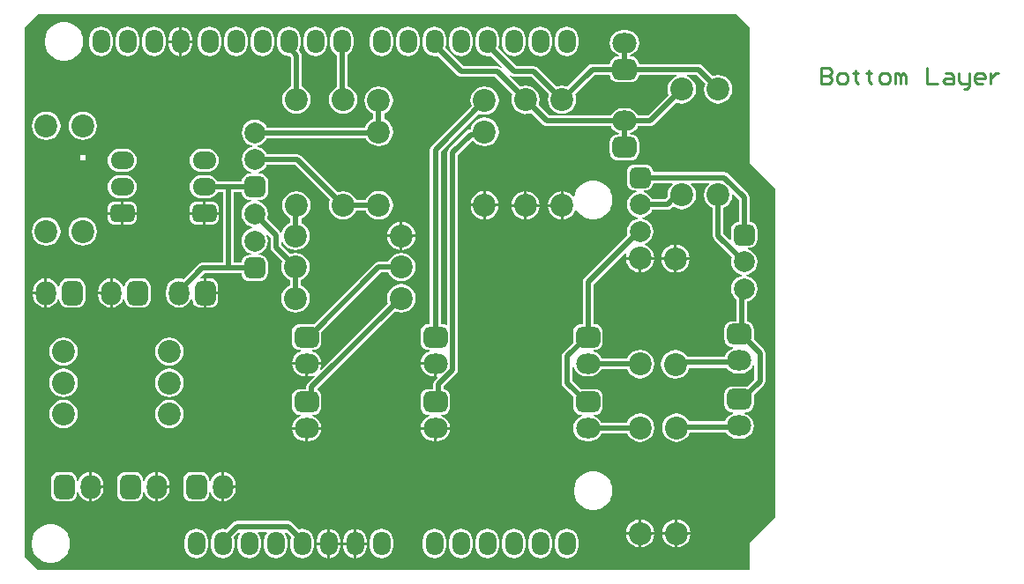
<source format=gbl>
G04*
G04 #@! TF.GenerationSoftware,Altium Limited,Altium Designer,21.2.0 (30)*
G04*
G04 Layer_Physical_Order=2*
G04 Layer_Color=16711680*
%FSLAX24Y24*%
%MOIN*%
G70*
G04*
G04 #@! TF.SameCoordinates,1032982D-78CD-45FA-BA90-42E7A7D025FA*
G04*
G04*
G04 #@! TF.FilePolarity,Positive*
G04*
G01*
G75*
%ADD10C,0.0197*%
%ADD11C,0.0100*%
G04:AMPARAMS|DCode=12|XSize=78.7mil|YSize=78.7mil|CornerRadius=19.7mil|HoleSize=0mil|Usage=FLASHONLY|Rotation=0.000|XOffset=0mil|YOffset=0mil|HoleType=Round|Shape=RoundedRectangle|*
%AMROUNDEDRECTD12*
21,1,0.0787,0.0394,0,0,0.0*
21,1,0.0394,0.0787,0,0,0.0*
1,1,0.0394,0.0197,-0.0197*
1,1,0.0394,-0.0197,-0.0197*
1,1,0.0394,-0.0197,0.0197*
1,1,0.0394,0.0197,0.0197*
%
%ADD12ROUNDEDRECTD12*%
%ADD13C,0.0787*%
%ADD14O,0.0906X0.0768*%
G04:AMPARAMS|DCode=15|XSize=76.8mil|YSize=90.6mil|CornerRadius=19.2mil|HoleSize=0mil|Usage=FLASHONLY|Rotation=90.000|XOffset=0mil|YOffset=0mil|HoleType=Round|Shape=RoundedRectangle|*
%AMROUNDEDRECTD15*
21,1,0.0768,0.0522,0,0,90.0*
21,1,0.0384,0.0906,0,0,90.0*
1,1,0.0384,0.0261,0.0192*
1,1,0.0384,0.0261,-0.0192*
1,1,0.0384,-0.0261,-0.0192*
1,1,0.0384,-0.0261,0.0192*
%
%ADD15ROUNDEDRECTD15*%
%ADD16C,0.0866*%
%ADD17O,0.0768X0.0906*%
G04:AMPARAMS|DCode=18|XSize=76.8mil|YSize=90.6mil|CornerRadius=19.2mil|HoleSize=0mil|Usage=FLASHONLY|Rotation=180.000|XOffset=0mil|YOffset=0mil|HoleType=Round|Shape=RoundedRectangle|*
%AMROUNDEDRECTD18*
21,1,0.0768,0.0522,0,0,180.0*
21,1,0.0384,0.0906,0,0,180.0*
1,1,0.0384,-0.0192,0.0261*
1,1,0.0384,0.0192,0.0261*
1,1,0.0384,0.0192,-0.0261*
1,1,0.0384,-0.0192,-0.0261*
%
%ADD18ROUNDEDRECTD18*%
G04:AMPARAMS|DCode=19|XSize=66.9mil|YSize=90.6mil|CornerRadius=16.7mil|HoleSize=0mil|Usage=FLASHONLY|Rotation=90.000|XOffset=0mil|YOffset=0mil|HoleType=Round|Shape=RoundedRectangle|*
%AMROUNDEDRECTD19*
21,1,0.0669,0.0571,0,0,90.0*
21,1,0.0335,0.0906,0,0,90.0*
1,1,0.0335,0.0285,0.0167*
1,1,0.0335,0.0285,-0.0167*
1,1,0.0335,-0.0285,-0.0167*
1,1,0.0335,-0.0285,0.0167*
%
%ADD19ROUNDEDRECTD19*%
%ADD20O,0.0906X0.0669*%
%ADD21O,0.0669X0.0906*%
G36*
X5382Y18044D02*
X5906Y17520D01*
Y12402D01*
X6890Y11417D01*
Y-984D01*
X5906Y-1969D01*
Y-3000D01*
X-20996Y-3004D01*
X-21496Y-2504D01*
Y7844D01*
Y17544D01*
X-20996Y18044D01*
X5382Y18044D01*
D02*
G37*
%LPC*%
G36*
X-15548Y17550D02*
Y17050D01*
X-15160D01*
Y17118D01*
X-15175Y17232D01*
X-15219Y17337D01*
X-15288Y17428D01*
X-15379Y17498D01*
X-15485Y17542D01*
X-15548Y17550D01*
D02*
G37*
G36*
X-15648Y17550D02*
X-15712Y17542D01*
X-15818Y17498D01*
X-15908Y17428D01*
X-15978Y17337D01*
X-16022Y17232D01*
X-16037Y17118D01*
Y17050D01*
X-15648D01*
Y17550D01*
D02*
G37*
G36*
X-15160Y16950D02*
X-15548D01*
Y16450D01*
X-15485Y16458D01*
X-15379Y16502D01*
X-15288Y16572D01*
X-15219Y16663D01*
X-15175Y16768D01*
X-15160Y16882D01*
Y16950D01*
D02*
G37*
G36*
X-15648D02*
X-16037D01*
Y16882D01*
X-16022Y16768D01*
X-15978Y16663D01*
X-15908Y16572D01*
X-15818Y16502D01*
X-15712Y16458D01*
X-15648Y16450D01*
Y16950D01*
D02*
G37*
G36*
X-1000Y17557D02*
X-1113Y17542D01*
X-1219Y17498D01*
X-1310Y17428D01*
X-1380Y17337D01*
X-1423Y17232D01*
X-1438Y17118D01*
Y16882D01*
X-1423Y16768D01*
X-1380Y16663D01*
X-1310Y16572D01*
X-1219Y16502D01*
X-1113Y16458D01*
X-1000Y16443D01*
X-887Y16458D01*
X-781Y16502D01*
X-690Y16572D01*
X-620Y16663D01*
X-577Y16768D01*
X-562Y16882D01*
Y17118D01*
X-577Y17232D01*
X-620Y17337D01*
X-690Y17428D01*
X-781Y17498D01*
X-887Y17542D01*
X-1000Y17557D01*
D02*
G37*
G36*
X-2000D02*
X-2113Y17542D01*
X-2219Y17498D01*
X-2310Y17428D01*
X-2380Y17337D01*
X-2423Y17232D01*
X-2438Y17118D01*
Y16882D01*
X-2423Y16768D01*
X-2380Y16663D01*
X-2310Y16572D01*
X-2219Y16502D01*
X-2113Y16458D01*
X-2000Y16443D01*
X-1887Y16458D01*
X-1781Y16502D01*
X-1690Y16572D01*
X-1620Y16663D01*
X-1577Y16768D01*
X-1562Y16882D01*
Y17118D01*
X-1577Y17232D01*
X-1620Y17337D01*
X-1690Y17428D01*
X-1781Y17498D01*
X-1887Y17542D01*
X-2000Y17557D01*
D02*
G37*
G36*
X-3000D02*
X-3113Y17542D01*
X-3219Y17498D01*
X-3310Y17428D01*
X-3380Y17337D01*
X-3423Y17232D01*
X-3438Y17118D01*
Y16882D01*
X-3423Y16768D01*
X-3380Y16663D01*
X-3310Y16572D01*
X-3219Y16502D01*
X-3113Y16458D01*
X-3000Y16443D01*
X-2887Y16458D01*
X-2781Y16502D01*
X-2690Y16572D01*
X-2620Y16663D01*
X-2577Y16768D01*
X-2562Y16882D01*
Y17118D01*
X-2577Y17232D01*
X-2620Y17337D01*
X-2690Y17428D01*
X-2781Y17498D01*
X-2887Y17542D01*
X-3000Y17557D01*
D02*
G37*
G36*
X-5000D02*
X-5113Y17542D01*
X-5219Y17498D01*
X-5310Y17428D01*
X-5380Y17337D01*
X-5423Y17232D01*
X-5438Y17118D01*
Y16882D01*
X-5423Y16768D01*
X-5380Y16663D01*
X-5310Y16572D01*
X-5219Y16502D01*
X-5113Y16458D01*
X-5000Y16443D01*
X-4887Y16458D01*
X-4781Y16502D01*
X-4690Y16572D01*
X-4620Y16663D01*
X-4577Y16768D01*
X-4562Y16882D01*
Y17118D01*
X-4577Y17232D01*
X-4620Y17337D01*
X-4690Y17428D01*
X-4781Y17498D01*
X-4887Y17542D01*
X-5000Y17557D01*
D02*
G37*
G36*
X-7000D02*
X-7113Y17542D01*
X-7219Y17498D01*
X-7310Y17428D01*
X-7380Y17337D01*
X-7423Y17232D01*
X-7438Y17118D01*
Y16882D01*
X-7423Y16768D01*
X-7380Y16663D01*
X-7310Y16572D01*
X-7219Y16502D01*
X-7113Y16458D01*
X-7000Y16443D01*
X-6887Y16458D01*
X-6781Y16502D01*
X-6690Y16572D01*
X-6620Y16663D01*
X-6577Y16768D01*
X-6562Y16882D01*
Y17118D01*
X-6577Y17232D01*
X-6620Y17337D01*
X-6690Y17428D01*
X-6781Y17498D01*
X-6887Y17542D01*
X-7000Y17557D01*
D02*
G37*
G36*
X-8000D02*
X-8113Y17542D01*
X-8219Y17498D01*
X-8310Y17428D01*
X-8380Y17337D01*
X-8423Y17232D01*
X-8438Y17118D01*
Y16882D01*
X-8423Y16768D01*
X-8380Y16663D01*
X-8310Y16572D01*
X-8219Y16502D01*
X-8113Y16458D01*
X-8000Y16443D01*
X-7887Y16458D01*
X-7781Y16502D01*
X-7690Y16572D01*
X-7620Y16663D01*
X-7577Y16768D01*
X-7562Y16882D01*
Y17118D01*
X-7577Y17232D01*
X-7620Y17337D01*
X-7690Y17428D01*
X-7781Y17498D01*
X-7887Y17542D01*
X-8000Y17557D01*
D02*
G37*
G36*
X-10500D02*
X-10613Y17542D01*
X-10719Y17498D01*
X-10810Y17428D01*
X-10880Y17337D01*
X-10923Y17232D01*
X-10938Y17118D01*
Y16882D01*
X-10923Y16768D01*
X-10880Y16663D01*
X-10810Y16572D01*
X-10719Y16502D01*
X-10613Y16458D01*
X-10500Y16443D01*
X-10387Y16458D01*
X-10281Y16502D01*
X-10190Y16572D01*
X-10120Y16663D01*
X-10077Y16768D01*
X-10062Y16882D01*
Y17118D01*
X-10077Y17232D01*
X-10120Y17337D01*
X-10190Y17428D01*
X-10281Y17498D01*
X-10387Y17542D01*
X-10500Y17557D01*
D02*
G37*
G36*
X-12500D02*
X-12613Y17542D01*
X-12719Y17498D01*
X-12810Y17428D01*
X-12880Y17337D01*
X-12923Y17232D01*
X-12938Y17118D01*
Y16882D01*
X-12923Y16768D01*
X-12880Y16663D01*
X-12810Y16572D01*
X-12719Y16502D01*
X-12613Y16458D01*
X-12500Y16443D01*
X-12387Y16458D01*
X-12281Y16502D01*
X-12190Y16572D01*
X-12120Y16663D01*
X-12077Y16768D01*
X-12062Y16882D01*
Y17118D01*
X-12077Y17232D01*
X-12120Y17337D01*
X-12190Y17428D01*
X-12281Y17498D01*
X-12387Y17542D01*
X-12500Y17557D01*
D02*
G37*
G36*
X-13500D02*
X-13613Y17542D01*
X-13719Y17498D01*
X-13810Y17428D01*
X-13880Y17337D01*
X-13923Y17232D01*
X-13938Y17118D01*
Y16882D01*
X-13923Y16768D01*
X-13880Y16663D01*
X-13810Y16572D01*
X-13719Y16502D01*
X-13613Y16458D01*
X-13500Y16443D01*
X-13387Y16458D01*
X-13281Y16502D01*
X-13190Y16572D01*
X-13120Y16663D01*
X-13077Y16768D01*
X-13062Y16882D01*
Y17118D01*
X-13077Y17232D01*
X-13120Y17337D01*
X-13190Y17428D01*
X-13281Y17498D01*
X-13387Y17542D01*
X-13500Y17557D01*
D02*
G37*
G36*
X-14500D02*
X-14613Y17542D01*
X-14719Y17498D01*
X-14810Y17428D01*
X-14880Y17337D01*
X-14923Y17232D01*
X-14938Y17118D01*
Y16882D01*
X-14923Y16768D01*
X-14880Y16663D01*
X-14810Y16572D01*
X-14719Y16502D01*
X-14613Y16458D01*
X-14500Y16443D01*
X-14387Y16458D01*
X-14281Y16502D01*
X-14190Y16572D01*
X-14120Y16663D01*
X-14077Y16768D01*
X-14062Y16882D01*
Y17118D01*
X-14077Y17232D01*
X-14120Y17337D01*
X-14190Y17428D01*
X-14281Y17498D01*
X-14387Y17542D01*
X-14500Y17557D01*
D02*
G37*
G36*
X-16600D02*
X-16713Y17542D01*
X-16819Y17498D01*
X-16910Y17428D01*
X-16980Y17337D01*
X-17023Y17232D01*
X-17038Y17118D01*
Y16882D01*
X-17023Y16768D01*
X-16980Y16663D01*
X-16910Y16572D01*
X-16819Y16502D01*
X-16713Y16458D01*
X-16600Y16443D01*
X-16487Y16458D01*
X-16381Y16502D01*
X-16290Y16572D01*
X-16220Y16663D01*
X-16177Y16768D01*
X-16162Y16882D01*
Y17118D01*
X-16177Y17232D01*
X-16220Y17337D01*
X-16290Y17428D01*
X-16381Y17498D01*
X-16487Y17542D01*
X-16600Y17557D01*
D02*
G37*
G36*
X-17600D02*
X-17713Y17542D01*
X-17819Y17498D01*
X-17910Y17428D01*
X-17980Y17337D01*
X-18023Y17232D01*
X-18038Y17118D01*
Y16882D01*
X-18023Y16768D01*
X-17980Y16663D01*
X-17910Y16572D01*
X-17819Y16502D01*
X-17713Y16458D01*
X-17600Y16443D01*
X-17487Y16458D01*
X-17381Y16502D01*
X-17290Y16572D01*
X-17220Y16663D01*
X-17177Y16768D01*
X-17162Y16882D01*
Y17118D01*
X-17177Y17232D01*
X-17220Y17337D01*
X-17290Y17428D01*
X-17381Y17498D01*
X-17487Y17542D01*
X-17600Y17557D01*
D02*
G37*
G36*
X-18600D02*
X-18713Y17542D01*
X-18819Y17498D01*
X-18910Y17428D01*
X-18980Y17337D01*
X-19023Y17232D01*
X-19038Y17118D01*
Y16882D01*
X-19023Y16768D01*
X-18980Y16663D01*
X-18910Y16572D01*
X-18819Y16502D01*
X-18713Y16458D01*
X-18600Y16443D01*
X-18487Y16458D01*
X-18381Y16502D01*
X-18290Y16572D01*
X-18220Y16663D01*
X-18177Y16768D01*
X-18162Y16882D01*
Y17118D01*
X-18177Y17232D01*
X-18220Y17337D01*
X-18290Y17428D01*
X-18381Y17498D01*
X-18487Y17542D01*
X-18600Y17557D01*
D02*
G37*
G36*
X-19938Y17727D02*
X-20062D01*
X-20071Y17725D01*
X-20081D01*
X-20202Y17701D01*
X-20211Y17697D01*
X-20221Y17695D01*
X-20335Y17648D01*
X-20343Y17642D01*
X-20353Y17639D01*
X-20455Y17570D01*
X-20462Y17563D01*
X-20471Y17558D01*
X-20558Y17471D01*
X-20563Y17462D01*
X-20570Y17455D01*
X-20639Y17353D01*
X-20642Y17343D01*
X-20648Y17335D01*
X-20695Y17221D01*
X-20697Y17211D01*
X-20701Y17202D01*
X-20725Y17081D01*
Y17071D01*
X-20727Y17062D01*
Y16938D01*
X-20725Y16929D01*
Y16919D01*
X-20701Y16798D01*
X-20697Y16789D01*
X-20695Y16779D01*
X-20648Y16665D01*
X-20642Y16657D01*
X-20639Y16647D01*
X-20570Y16545D01*
X-20563Y16538D01*
X-20558Y16529D01*
X-20471Y16442D01*
X-20462Y16437D01*
X-20455Y16430D01*
X-20353Y16361D01*
X-20343Y16358D01*
X-20335Y16352D01*
X-20221Y16305D01*
X-20211Y16303D01*
X-20202Y16299D01*
X-20081Y16275D01*
X-20071D01*
X-20062Y16273D01*
X-19938D01*
X-19929Y16275D01*
X-19919D01*
X-19798Y16299D01*
X-19789Y16303D01*
X-19779Y16305D01*
X-19665Y16352D01*
X-19657Y16358D01*
X-19647Y16361D01*
X-19545Y16430D01*
X-19538Y16437D01*
X-19529Y16442D01*
X-19442Y16529D01*
X-19437Y16538D01*
X-19430Y16545D01*
X-19361Y16647D01*
X-19358Y16657D01*
X-19352Y16665D01*
X-19305Y16779D01*
X-19303Y16789D01*
X-19299Y16798D01*
X-19275Y16919D01*
Y16929D01*
X-19273Y16938D01*
Y17062D01*
X-19275Y17071D01*
Y17081D01*
X-19299Y17202D01*
X-19303Y17211D01*
X-19305Y17221D01*
X-19352Y17335D01*
X-19358Y17343D01*
X-19361Y17353D01*
X-19430Y17455D01*
X-19437Y17462D01*
X-19442Y17471D01*
X-19529Y17558D01*
X-19538Y17563D01*
X-19545Y17570D01*
X-19647Y17639D01*
X-19657Y17642D01*
X-19665Y17648D01*
X-19779Y17695D01*
X-19789Y17697D01*
X-19798Y17701D01*
X-19919Y17725D01*
X-19929D01*
X-19938Y17727D01*
D02*
G37*
G36*
X-9500Y17557D02*
X-9613Y17542D01*
X-9719Y17498D01*
X-9810Y17428D01*
X-9880Y17337D01*
X-9923Y17232D01*
X-9938Y17118D01*
Y16882D01*
X-9923Y16768D01*
X-9880Y16663D01*
X-9810Y16572D01*
X-9719Y16502D01*
X-9677Y16485D01*
Y15278D01*
X-9718Y15261D01*
X-9829Y15175D01*
X-9914Y15064D01*
X-9968Y14934D01*
X-9986Y14795D01*
X-9968Y14656D01*
X-9914Y14526D01*
X-9829Y14415D01*
X-9718Y14330D01*
X-9588Y14276D01*
X-9449Y14258D01*
X-9310Y14276D01*
X-9180Y14330D01*
X-9069Y14415D01*
X-8983Y14526D01*
X-8929Y14656D01*
X-8911Y14795D01*
X-8929Y14934D01*
X-8983Y15064D01*
X-9069Y15175D01*
X-9180Y15261D01*
X-9272Y15299D01*
Y16509D01*
X-9190Y16572D01*
X-9120Y16663D01*
X-9077Y16768D01*
X-9062Y16882D01*
Y17118D01*
X-9077Y17232D01*
X-9120Y17337D01*
X-9190Y17428D01*
X-9281Y17498D01*
X-9387Y17542D01*
X-9500Y17557D01*
D02*
G37*
G36*
X-11500D02*
X-11613Y17542D01*
X-11719Y17498D01*
X-11810Y17428D01*
X-11880Y17337D01*
X-11923Y17232D01*
X-11938Y17118D01*
Y16882D01*
X-11923Y16768D01*
X-11880Y16663D01*
X-11810Y16572D01*
X-11719Y16502D01*
X-11613Y16458D01*
X-11500Y16443D01*
X-11478Y16446D01*
X-11423Y16391D01*
Y15288D01*
X-11489Y15261D01*
X-11601Y15175D01*
X-11686Y15064D01*
X-11740Y14934D01*
X-11758Y14795D01*
X-11740Y14656D01*
X-11686Y14526D01*
X-11601Y14415D01*
X-11489Y14330D01*
X-11360Y14276D01*
X-11220Y14258D01*
X-11081Y14276D01*
X-10952Y14330D01*
X-10840Y14415D01*
X-10755Y14526D01*
X-10701Y14656D01*
X-10683Y14795D01*
X-10701Y14934D01*
X-10755Y15064D01*
X-10840Y15175D01*
X-10952Y15261D01*
X-11018Y15288D01*
Y16475D01*
X-11034Y16552D01*
X-11077Y16618D01*
X-11121Y16661D01*
X-11120Y16663D01*
X-11077Y16768D01*
X-11062Y16882D01*
Y17118D01*
X-11077Y17232D01*
X-11120Y17337D01*
X-11190Y17428D01*
X-11281Y17498D01*
X-11387Y17542D01*
X-11500Y17557D01*
D02*
G37*
G36*
X-4102Y15301D02*
X-4242Y15283D01*
X-4371Y15229D01*
X-4483Y15144D01*
X-4568Y15033D01*
X-4622Y14903D01*
X-4640Y14764D01*
X-4622Y14625D01*
X-4594Y14558D01*
X-6109Y13044D01*
X-6152Y12978D01*
X-6168Y12901D01*
Y6301D01*
X-6226D01*
X-6303Y6291D01*
X-6374Y6262D01*
X-6435Y6215D01*
X-6481Y6154D01*
X-6511Y6083D01*
X-6521Y6007D01*
Y5623D01*
X-6511Y5547D01*
X-6481Y5476D01*
X-6435Y5415D01*
X-6374Y5368D01*
X-6303Y5339D01*
X-6226Y5329D01*
X-6190D01*
X-6180Y5279D01*
X-6278Y5238D01*
X-6380Y5160D01*
X-6457Y5059D01*
X-6506Y4941D01*
X-6516Y4865D01*
X-5966D01*
Y4815D01*
X-5916D01*
Y4321D01*
X-5897Y4277D01*
X-5990Y4184D01*
X-6034Y4119D01*
X-6049Y4041D01*
Y3849D01*
X-6226D01*
X-6303Y3839D01*
X-6374Y3809D01*
X-6435Y3762D01*
X-6481Y3701D01*
X-6511Y3630D01*
X-6521Y3554D01*
Y3170D01*
X-6511Y3094D01*
X-6481Y3023D01*
X-6435Y2962D01*
X-6374Y2915D01*
X-6303Y2886D01*
X-6226Y2876D01*
X-6190D01*
X-6180Y2826D01*
X-6278Y2785D01*
X-6380Y2707D01*
X-6457Y2606D01*
X-6506Y2489D01*
X-6516Y2412D01*
X-5966D01*
X-5415D01*
X-5425Y2489D01*
X-5474Y2606D01*
X-5552Y2707D01*
X-5653Y2785D01*
X-5752Y2826D01*
X-5742Y2876D01*
X-5705D01*
X-5629Y2886D01*
X-5558Y2915D01*
X-5497Y2962D01*
X-5450Y3023D01*
X-5420Y3094D01*
X-5410Y3170D01*
Y3554D01*
X-5420Y3630D01*
X-5450Y3701D01*
X-5497Y3762D01*
X-5558Y3809D01*
X-5629Y3839D01*
X-5645Y3841D01*
Y3958D01*
X-5171Y4431D01*
X-5127Y4496D01*
X-5112Y4574D01*
Y12712D01*
X-4578Y13246D01*
X-4513Y13242D01*
X-4483Y13202D01*
X-4371Y13117D01*
X-4242Y13063D01*
X-4102Y13045D01*
X-3963Y13063D01*
X-3834Y13117D01*
X-3722Y13202D01*
X-3637Y13314D01*
X-3583Y13444D01*
X-3565Y13583D01*
X-3583Y13722D01*
X-3637Y13852D01*
X-3722Y13963D01*
X-3834Y14048D01*
X-3963Y14102D01*
X-4102Y14120D01*
X-4242Y14102D01*
X-4371Y14048D01*
X-4483Y13963D01*
X-4568Y13852D01*
X-4622Y13722D01*
X-4627Y13679D01*
X-4633D01*
X-4711Y13664D01*
X-4776Y13620D01*
X-5457Y12939D01*
X-5501Y12873D01*
X-5517Y12796D01*
Y6286D01*
X-5567Y6266D01*
X-5629Y6291D01*
X-5705Y6301D01*
X-5763D01*
Y12817D01*
X-4308Y14272D01*
X-4242Y14244D01*
X-4102Y14226D01*
X-3963Y14244D01*
X-3834Y14298D01*
X-3722Y14384D01*
X-3637Y14495D01*
X-3583Y14625D01*
X-3565Y14764D01*
X-3583Y14903D01*
X-3637Y15033D01*
X-3722Y15144D01*
X-3834Y15229D01*
X-3963Y15283D01*
X-4102Y15301D01*
D02*
G37*
G36*
X-4000Y17557D02*
X-4113Y17542D01*
X-4219Y17498D01*
X-4310Y17428D01*
X-4380Y17337D01*
X-4423Y17232D01*
X-4438Y17118D01*
Y16882D01*
X-4423Y16768D01*
X-4380Y16663D01*
X-4310Y16572D01*
X-4219Y16502D01*
X-4113Y16458D01*
X-4000Y16443D01*
X-3887Y16458D01*
X-3870Y16465D01*
X-3119Y15714D01*
X-3053Y15670D01*
X-2976Y15655D01*
X-2327D01*
X-1673Y15001D01*
X-1700Y14934D01*
X-1719Y14795D01*
X-1700Y14656D01*
X-1647Y14526D01*
X-1561Y14415D01*
X-1450Y14330D01*
X-1320Y14276D01*
X-1181Y14258D01*
X-1042Y14276D01*
X-912Y14330D01*
X-801Y14415D01*
X-715Y14526D01*
X-662Y14656D01*
X-643Y14795D01*
X-662Y14934D01*
X-689Y15001D01*
X52Y15743D01*
X627D01*
X636Y15677D01*
X665Y15606D01*
X712Y15545D01*
X773Y15498D01*
X844Y15469D01*
X920Y15459D01*
X1442D01*
X1518Y15469D01*
X1589Y15498D01*
X1650Y15545D01*
X1697Y15606D01*
X1726Y15677D01*
X1735Y15743D01*
X3159D01*
X3169Y15693D01*
X3078Y15655D01*
X2966Y15569D01*
X2881Y15458D01*
X2827Y15328D01*
X2809Y15189D01*
X2827Y15050D01*
X2855Y14983D01*
X2066Y14194D01*
X1690D01*
X1673Y14236D01*
X1595Y14337D01*
X1494Y14415D01*
X1376Y14464D01*
X1250Y14480D01*
X1112D01*
X986Y14464D01*
X868Y14415D01*
X767Y14337D01*
X690Y14236D01*
X672Y14194D01*
X-1672D01*
X-2067Y14590D01*
X-2040Y14656D01*
X-2021Y14795D01*
X-2040Y14934D01*
X-2093Y15064D01*
X-2179Y15175D01*
X-2290Y15261D01*
X-2420Y15315D01*
X-2559Y15333D01*
X-2698Y15315D01*
X-2765Y15287D01*
X-3478Y16000D01*
X-3544Y16044D01*
X-3621Y16060D01*
X-4892D01*
X-5584Y16752D01*
X-5577Y16768D01*
X-5562Y16882D01*
Y17118D01*
X-5577Y17232D01*
X-5620Y17337D01*
X-5690Y17428D01*
X-5781Y17498D01*
X-5887Y17542D01*
X-6000Y17557D01*
X-6113Y17542D01*
X-6219Y17498D01*
X-6310Y17428D01*
X-6380Y17337D01*
X-6423Y17232D01*
X-6438Y17118D01*
Y16882D01*
X-6423Y16768D01*
X-6380Y16663D01*
X-6310Y16572D01*
X-6219Y16502D01*
X-6113Y16458D01*
X-6000Y16443D01*
X-5887Y16458D01*
X-5870Y16465D01*
X-5119Y15714D01*
X-5053Y15670D01*
X-4976Y15655D01*
X-3705D01*
X-3051Y15001D01*
X-3078Y14934D01*
X-3097Y14795D01*
X-3078Y14656D01*
X-3025Y14526D01*
X-2939Y14415D01*
X-2828Y14330D01*
X-2698Y14276D01*
X-2660Y14271D01*
X-2655Y14267D01*
X-2577Y14252D01*
X-2529Y14262D01*
X-2420Y14276D01*
X-2353Y14303D01*
X-1899Y13849D01*
X-1833Y13805D01*
X-1756Y13790D01*
X672D01*
X690Y13748D01*
X767Y13647D01*
X868Y13569D01*
X967Y13528D01*
X957Y13478D01*
X920D01*
X844Y13468D01*
X773Y13439D01*
X712Y13392D01*
X665Y13331D01*
X636Y13260D01*
X626Y13184D01*
Y12800D01*
X636Y12724D01*
X665Y12653D01*
X712Y12592D01*
X773Y12545D01*
X844Y12516D01*
X920Y12506D01*
X1442D01*
X1518Y12516D01*
X1589Y12545D01*
X1650Y12592D01*
X1697Y12653D01*
X1726Y12724D01*
X1736Y12800D01*
Y13184D01*
X1726Y13260D01*
X1697Y13331D01*
X1650Y13392D01*
X1589Y13439D01*
X1518Y13468D01*
X1442Y13478D01*
X1405D01*
X1395Y13528D01*
X1494Y13569D01*
X1595Y13647D01*
X1673Y13748D01*
X1690Y13790D01*
X2150D01*
X2227Y13805D01*
X2293Y13849D01*
X3141Y14697D01*
X3207Y14670D01*
X3346Y14651D01*
X3486Y14670D01*
X3615Y14723D01*
X3727Y14809D01*
X3812Y14920D01*
X3866Y15050D01*
X3884Y15189D01*
X3866Y15328D01*
X3812Y15458D01*
X3727Y15569D01*
X3615Y15655D01*
X3524Y15693D01*
X3534Y15743D01*
X3885D01*
X4233Y15395D01*
X4205Y15328D01*
X4187Y15189D01*
X4205Y15050D01*
X4259Y14920D01*
X4344Y14809D01*
X4456Y14723D01*
X4585Y14670D01*
X4724Y14651D01*
X4864Y14670D01*
X4993Y14723D01*
X5105Y14809D01*
X5190Y14920D01*
X5244Y15050D01*
X5262Y15189D01*
X5244Y15328D01*
X5190Y15458D01*
X5105Y15569D01*
X4993Y15655D01*
X4864Y15708D01*
X4724Y15727D01*
X4585Y15708D01*
X4519Y15681D01*
X4112Y16088D01*
X4046Y16132D01*
X3968Y16147D01*
X1735D01*
X1726Y16213D01*
X1697Y16284D01*
X1650Y16345D01*
X1589Y16392D01*
X1518Y16421D01*
X1442Y16431D01*
X1405D01*
X1395Y16481D01*
X1494Y16522D01*
X1595Y16600D01*
X1673Y16701D01*
X1721Y16819D01*
X1738Y16945D01*
X1721Y17071D01*
X1673Y17189D01*
X1595Y17290D01*
X1494Y17368D01*
X1376Y17416D01*
X1250Y17433D01*
X1112D01*
X986Y17416D01*
X868Y17368D01*
X767Y17290D01*
X690Y17189D01*
X641Y17071D01*
X624Y16945D01*
X641Y16819D01*
X690Y16701D01*
X767Y16600D01*
X868Y16522D01*
X967Y16481D01*
X957Y16431D01*
X920D01*
X844Y16421D01*
X773Y16392D01*
X712Y16345D01*
X665Y16284D01*
X636Y16213D01*
X627Y16147D01*
X-32D01*
X-109Y16132D01*
X-175Y16088D01*
X-975Y15287D01*
X-1042Y15315D01*
X-1181Y15333D01*
X-1320Y15315D01*
X-1387Y15287D01*
X-2100Y16000D01*
X-2166Y16044D01*
X-2243Y16060D01*
X-2892D01*
X-3584Y16752D01*
X-3577Y16768D01*
X-3562Y16882D01*
Y17118D01*
X-3577Y17232D01*
X-3620Y17337D01*
X-3690Y17428D01*
X-3781Y17498D01*
X-3887Y17542D01*
X-4000Y17557D01*
D02*
G37*
G36*
X-8102Y15301D02*
X-8242Y15283D01*
X-8371Y15229D01*
X-8483Y15144D01*
X-8568Y15033D01*
X-8622Y14903D01*
X-8640Y14764D01*
X-8622Y14625D01*
X-8568Y14495D01*
X-8483Y14384D01*
X-8371Y14298D01*
X-8305Y14271D01*
Y14076D01*
X-8371Y14048D01*
X-8483Y13963D01*
X-8568Y13852D01*
X-8609Y13752D01*
X-12335D01*
X-12354Y13799D01*
X-12434Y13902D01*
X-12537Y13981D01*
X-12657Y14031D01*
X-12786Y14048D01*
X-12915Y14031D01*
X-13035Y13981D01*
X-13138Y13902D01*
X-13217Y13799D01*
X-13267Y13679D01*
X-13284Y13550D01*
X-13267Y13421D01*
X-13217Y13301D01*
X-13138Y13198D01*
X-13035Y13119D01*
X-12915Y13069D01*
X-12872Y13063D01*
Y13013D01*
X-12915Y13007D01*
X-13035Y12958D01*
X-13138Y12879D01*
X-13217Y12775D01*
X-13267Y12655D01*
X-13284Y12526D01*
X-13267Y12398D01*
X-13217Y12277D01*
X-13138Y12174D01*
X-13035Y12095D01*
X-12915Y12045D01*
X-12927Y11999D01*
X-12982D01*
X-13060Y11989D01*
X-13132Y11959D01*
X-13194Y11911D01*
X-13242Y11849D01*
X-13272Y11777D01*
X-13281Y11704D01*
X-14196D01*
X-14202Y11719D01*
X-14272Y11810D01*
X-14363Y11880D01*
X-14468Y11923D01*
X-14582Y11938D01*
X-14818D01*
X-14932Y11923D01*
X-15037Y11880D01*
X-15128Y11810D01*
X-15198Y11719D01*
X-15242Y11613D01*
X-15257Y11500D01*
X-15242Y11387D01*
X-15198Y11281D01*
X-15128Y11190D01*
X-15037Y11120D01*
X-14932Y11077D01*
X-14818Y11062D01*
X-14582D01*
X-14468Y11077D01*
X-14363Y11120D01*
X-14272Y11190D01*
X-14202Y11281D01*
X-14195Y11299D01*
X-13991D01*
Y8628D01*
X-14781D01*
X-14859Y8612D01*
X-14925Y8568D01*
X-15489Y8003D01*
X-15531Y8021D01*
X-15657Y8037D01*
X-15784Y8021D01*
X-15901Y7972D01*
X-16003Y7894D01*
X-16080Y7793D01*
X-16129Y7676D01*
X-16146Y7549D01*
Y7411D01*
X-16129Y7285D01*
X-16080Y7167D01*
X-16003Y7066D01*
X-15901Y6989D01*
X-15784Y6940D01*
X-15657Y6923D01*
X-15531Y6940D01*
X-15413Y6989D01*
X-15312Y7066D01*
X-15235Y7167D01*
X-15194Y7266D01*
X-15144Y7256D01*
Y7219D01*
X-15134Y7143D01*
X-15104Y7072D01*
X-15058Y7011D01*
X-14997Y6964D01*
X-14926Y6935D01*
X-14849Y6925D01*
X-14707D01*
Y7480D01*
Y8036D01*
X-14814D01*
X-14835Y8086D01*
X-14698Y8223D01*
X-13291D01*
X-13281Y8151D01*
X-13251Y8079D01*
X-13204Y8017D01*
X-13142Y7969D01*
X-13070Y7939D01*
X-12992Y7929D01*
X-12598D01*
X-12521Y7939D01*
X-12449Y7969D01*
X-12387Y8017D01*
X-12339Y8079D01*
X-12309Y8151D01*
X-12299Y8228D01*
Y8622D01*
X-12309Y8700D01*
X-12339Y8772D01*
X-12387Y8834D01*
X-12449Y8881D01*
X-12521Y8911D01*
X-12598Y8921D01*
X-12654D01*
X-12666Y8968D01*
X-12546Y9018D01*
X-12443Y9097D01*
X-12364Y9200D01*
X-12314Y9320D01*
X-12297Y9449D01*
X-12314Y9578D01*
X-12355Y9675D01*
X-12312Y9703D01*
X-12194Y9585D01*
Y9204D01*
X-12178Y9126D01*
X-12134Y9061D01*
X-11744Y8670D01*
X-11771Y8604D01*
X-11790Y8465D01*
X-11771Y8325D01*
X-11718Y8196D01*
X-11632Y8084D01*
X-11521Y7999D01*
X-11454Y7971D01*
Y7777D01*
X-11521Y7749D01*
X-11632Y7664D01*
X-11718Y7552D01*
X-11771Y7423D01*
X-11790Y7283D01*
X-11771Y7144D01*
X-11718Y7015D01*
X-11632Y6903D01*
X-11521Y6818D01*
X-11391Y6764D01*
X-11252Y6746D01*
X-11113Y6764D01*
X-10983Y6818D01*
X-10872Y6903D01*
X-10786Y7015D01*
X-10733Y7144D01*
X-10714Y7283D01*
X-10733Y7423D01*
X-10786Y7552D01*
X-10872Y7664D01*
X-10983Y7749D01*
X-11050Y7777D01*
Y7971D01*
X-10983Y7999D01*
X-10872Y8084D01*
X-10786Y8196D01*
X-10733Y8325D01*
X-10714Y8465D01*
X-10733Y8604D01*
X-10786Y8733D01*
X-10872Y8845D01*
X-10983Y8930D01*
X-11113Y8984D01*
X-11252Y9002D01*
X-11391Y8984D01*
X-11458Y8956D01*
X-11789Y9288D01*
Y9418D01*
X-11739Y9428D01*
X-11718Y9377D01*
X-11632Y9265D01*
X-11521Y9180D01*
X-11391Y9126D01*
X-11252Y9108D01*
X-11113Y9126D01*
X-10983Y9180D01*
X-10872Y9265D01*
X-10786Y9377D01*
X-10733Y9507D01*
X-10714Y9646D01*
X-10733Y9785D01*
X-10786Y9915D01*
X-10872Y10026D01*
X-10983Y10111D01*
X-11034Y10132D01*
Y10296D01*
X-10952Y10330D01*
X-10840Y10415D01*
X-10755Y10526D01*
X-10701Y10656D01*
X-10683Y10795D01*
X-10701Y10934D01*
X-10755Y11064D01*
X-10840Y11175D01*
X-10952Y11261D01*
X-11081Y11315D01*
X-11220Y11333D01*
X-11360Y11315D01*
X-11489Y11261D01*
X-11601Y11175D01*
X-11686Y11064D01*
X-11740Y10934D01*
X-11758Y10795D01*
X-11740Y10656D01*
X-11686Y10526D01*
X-11601Y10415D01*
X-11489Y10330D01*
X-11439Y10309D01*
Y10145D01*
X-11521Y10111D01*
X-11632Y10026D01*
X-11718Y9915D01*
X-11771Y9785D01*
X-11823Y9774D01*
X-11848Y9811D01*
X-12334Y10297D01*
X-12314Y10344D01*
X-12297Y10472D01*
X-12314Y10601D01*
X-12364Y10721D01*
X-12443Y10825D01*
X-12546Y10904D01*
X-12666Y10953D01*
X-12690Y10957D01*
X-12687Y11007D01*
X-12589D01*
X-12511Y11017D01*
X-12439Y11047D01*
X-12377Y11094D01*
X-12329Y11156D01*
X-12300Y11228D01*
X-12289Y11306D01*
Y11700D01*
X-12300Y11777D01*
X-12329Y11849D01*
X-12377Y11911D01*
X-12439Y11959D01*
X-12511Y11989D01*
X-12589Y11999D01*
X-12645D01*
X-12657Y12045D01*
X-12537Y12095D01*
X-12434Y12174D01*
X-12354Y12277D01*
X-12335Y12324D01*
X-11264D01*
X-9941Y11001D01*
X-9968Y10934D01*
X-9986Y10795D01*
X-9968Y10656D01*
X-9914Y10526D01*
X-9829Y10415D01*
X-9718Y10330D01*
X-9588Y10276D01*
X-9449Y10258D01*
X-9310Y10276D01*
X-9180Y10330D01*
X-9069Y10415D01*
X-8983Y10526D01*
X-8954Y10598D01*
X-8593D01*
X-8568Y10536D01*
X-8483Y10425D01*
X-8371Y10340D01*
X-8242Y10286D01*
X-8102Y10268D01*
X-7963Y10286D01*
X-7834Y10340D01*
X-7722Y10425D01*
X-7637Y10536D01*
X-7583Y10666D01*
X-7565Y10805D01*
X-7583Y10944D01*
X-7637Y11074D01*
X-7722Y11185D01*
X-7834Y11271D01*
X-7963Y11325D01*
X-8102Y11343D01*
X-8242Y11325D01*
X-8371Y11271D01*
X-8483Y11185D01*
X-8568Y11074D01*
X-8598Y11003D01*
X-8958D01*
X-8983Y11064D01*
X-9069Y11175D01*
X-9180Y11261D01*
X-9310Y11315D01*
X-9449Y11333D01*
X-9588Y11315D01*
X-9654Y11287D01*
X-11037Y12669D01*
X-11103Y12713D01*
X-11180Y12729D01*
X-12335D01*
X-12354Y12775D01*
X-12434Y12879D01*
X-12537Y12958D01*
X-12657Y13007D01*
X-12699Y13013D01*
Y13063D01*
X-12657Y13069D01*
X-12537Y13119D01*
X-12434Y13198D01*
X-12354Y13301D01*
X-12335Y13348D01*
X-8582D01*
X-8568Y13314D01*
X-8483Y13202D01*
X-8447Y13175D01*
X-8427Y13144D01*
X-8361Y13101D01*
X-8304Y13089D01*
X-8242Y13063D01*
X-8102Y13045D01*
X-7963Y13063D01*
X-7834Y13117D01*
X-7722Y13202D01*
X-7637Y13314D01*
X-7583Y13444D01*
X-7565Y13583D01*
X-7583Y13722D01*
X-7637Y13852D01*
X-7722Y13963D01*
X-7834Y14048D01*
X-7900Y14076D01*
Y14271D01*
X-7834Y14298D01*
X-7722Y14384D01*
X-7637Y14495D01*
X-7583Y14625D01*
X-7565Y14764D01*
X-7583Y14903D01*
X-7637Y15033D01*
X-7722Y15144D01*
X-7834Y15229D01*
X-7963Y15283D01*
X-8102Y15301D01*
D02*
G37*
G36*
X-19291Y14349D02*
X-19431Y14330D01*
X-19560Y14277D01*
X-19672Y14191D01*
X-19757Y14080D01*
X-19811Y13950D01*
X-19829Y13811D01*
X-19811Y13672D01*
X-19757Y13542D01*
X-19672Y13431D01*
X-19560Y13345D01*
X-19431Y13292D01*
X-19291Y13273D01*
X-19152Y13292D01*
X-19023Y13345D01*
X-18911Y13431D01*
X-18826Y13542D01*
X-18772Y13672D01*
X-18754Y13811D01*
X-18772Y13950D01*
X-18826Y14080D01*
X-18911Y14191D01*
X-19023Y14277D01*
X-19152Y14330D01*
X-19291Y14349D01*
D02*
G37*
G36*
X-20669D02*
X-20808Y14330D01*
X-20938Y14277D01*
X-21049Y14191D01*
X-21135Y14080D01*
X-21189Y13950D01*
X-21207Y13811D01*
X-21189Y13672D01*
X-21135Y13542D01*
X-21049Y13431D01*
X-20938Y13345D01*
X-20808Y13292D01*
X-20669Y13273D01*
X-20530Y13292D01*
X-20400Y13345D01*
X-20289Y13431D01*
X-20204Y13542D01*
X-20150Y13672D01*
X-20132Y13811D01*
X-20150Y13950D01*
X-20204Y14080D01*
X-20289Y14191D01*
X-20400Y14277D01*
X-20530Y14330D01*
X-20669Y14349D01*
D02*
G37*
G36*
X-19191Y12698D02*
X-19391D01*
Y12498D01*
X-19191D01*
Y12698D01*
D02*
G37*
G36*
X-14582Y12938D02*
X-14818D01*
X-14932Y12923D01*
X-15037Y12880D01*
X-15128Y12810D01*
X-15198Y12719D01*
X-15242Y12613D01*
X-15257Y12500D01*
X-15242Y12387D01*
X-15198Y12281D01*
X-15128Y12190D01*
X-15037Y12120D01*
X-14932Y12077D01*
X-14818Y12062D01*
X-14582D01*
X-14468Y12077D01*
X-14363Y12120D01*
X-14272Y12190D01*
X-14202Y12281D01*
X-14158Y12387D01*
X-14143Y12500D01*
X-14158Y12613D01*
X-14202Y12719D01*
X-14272Y12810D01*
X-14363Y12880D01*
X-14468Y12923D01*
X-14582Y12938D01*
D02*
G37*
G36*
X-17682D02*
X-17918D01*
X-18032Y12923D01*
X-18137Y12880D01*
X-18228Y12810D01*
X-18298Y12719D01*
X-18342Y12613D01*
X-18357Y12500D01*
X-18342Y12387D01*
X-18298Y12281D01*
X-18228Y12190D01*
X-18137Y12120D01*
X-18032Y12077D01*
X-17918Y12062D01*
X-17682D01*
X-17568Y12077D01*
X-17463Y12120D01*
X-17372Y12190D01*
X-17302Y12281D01*
X-17258Y12387D01*
X-17243Y12500D01*
X-17258Y12613D01*
X-17302Y12719D01*
X-17372Y12810D01*
X-17463Y12880D01*
X-17568Y12923D01*
X-17682Y12938D01*
D02*
G37*
G36*
X62Y11727D02*
X-62D01*
X-71Y11725D01*
X-81D01*
X-202Y11701D01*
X-211Y11697D01*
X-221Y11695D01*
X-335Y11648D01*
X-343Y11642D01*
X-353Y11639D01*
X-455Y11570D01*
X-462Y11563D01*
X-471Y11558D01*
X-558Y11471D01*
X-563Y11462D01*
X-570Y11455D01*
X-639Y11353D01*
X-642Y11343D01*
X-648Y11335D01*
X-695Y11221D01*
X-697Y11211D01*
X-701Y11202D01*
X-713Y11143D01*
X-766Y11130D01*
X-801Y11175D01*
X-912Y11261D01*
X-1042Y11315D01*
X-1131Y11326D01*
Y10795D01*
Y10264D01*
X-1042Y10276D01*
X-912Y10330D01*
X-801Y10415D01*
X-715Y10526D01*
X-678Y10616D01*
X-622Y10622D01*
X-570Y10545D01*
X-563Y10538D01*
X-558Y10529D01*
X-471Y10442D01*
X-462Y10437D01*
X-455Y10430D01*
X-353Y10361D01*
X-343Y10358D01*
X-335Y10352D01*
X-221Y10305D01*
X-211Y10303D01*
X-202Y10299D01*
X-81Y10275D01*
X-71D01*
X-62Y10273D01*
X62D01*
X71Y10275D01*
X81D01*
X202Y10299D01*
X211Y10303D01*
X221Y10305D01*
X335Y10352D01*
X343Y10358D01*
X353Y10361D01*
X455Y10430D01*
X462Y10437D01*
X471Y10442D01*
X558Y10529D01*
X563Y10538D01*
X570Y10545D01*
X639Y10647D01*
X642Y10657D01*
X648Y10665D01*
X695Y10779D01*
X697Y10789D01*
X701Y10798D01*
X725Y10919D01*
Y10929D01*
X727Y10938D01*
Y11062D01*
X725Y11071D01*
Y11081D01*
X701Y11202D01*
X697Y11211D01*
X695Y11221D01*
X648Y11335D01*
X642Y11343D01*
X639Y11353D01*
X570Y11455D01*
X563Y11462D01*
X558Y11471D01*
X471Y11558D01*
X462Y11563D01*
X455Y11570D01*
X353Y11639D01*
X343Y11642D01*
X335Y11648D01*
X221Y11695D01*
X211Y11697D01*
X202Y11701D01*
X81Y11725D01*
X71D01*
X62Y11727D01*
D02*
G37*
G36*
X-17682Y11938D02*
X-17918D01*
X-18032Y11923D01*
X-18137Y11880D01*
X-18228Y11810D01*
X-18298Y11719D01*
X-18342Y11613D01*
X-18357Y11500D01*
X-18342Y11387D01*
X-18298Y11281D01*
X-18228Y11190D01*
X-18137Y11120D01*
X-18032Y11077D01*
X-17918Y11062D01*
X-17682D01*
X-17568Y11077D01*
X-17463Y11120D01*
X-17372Y11190D01*
X-17302Y11281D01*
X-17258Y11387D01*
X-17243Y11500D01*
X-17258Y11613D01*
X-17302Y11719D01*
X-17372Y11810D01*
X-17463Y11880D01*
X-17568Y11923D01*
X-17682Y11938D01*
D02*
G37*
G36*
X-4052Y11336D02*
Y10855D01*
X-3571D01*
X-3583Y10944D01*
X-3637Y11074D01*
X-3722Y11185D01*
X-3834Y11271D01*
X-3963Y11325D01*
X-4052Y11336D01*
D02*
G37*
G36*
X-4152D02*
X-4242Y11325D01*
X-4371Y11271D01*
X-4483Y11185D01*
X-4568Y11074D01*
X-4622Y10944D01*
X-4633Y10855D01*
X-4152D01*
Y11336D01*
D02*
G37*
G36*
X-2509Y11326D02*
Y10845D01*
X-2028D01*
X-2040Y10934D01*
X-2093Y11064D01*
X-2179Y11175D01*
X-2290Y11261D01*
X-2420Y11315D01*
X-2509Y11326D01*
D02*
G37*
G36*
X-2609D02*
X-2698Y11315D01*
X-2828Y11261D01*
X-2939Y11175D01*
X-3025Y11064D01*
X-3078Y10934D01*
X-3090Y10845D01*
X-2609D01*
Y11326D01*
D02*
G37*
G36*
X-1231D02*
X-1320Y11315D01*
X-1450Y11261D01*
X-1561Y11175D01*
X-1647Y11064D01*
X-1700Y10934D01*
X-1712Y10845D01*
X-1231D01*
Y11326D01*
D02*
G37*
G36*
X-14415Y10937D02*
X-14650D01*
Y10550D01*
X-14145D01*
Y10667D01*
X-14154Y10737D01*
X-14181Y10802D01*
X-14224Y10858D01*
X-14280Y10901D01*
X-14345Y10928D01*
X-14415Y10937D01*
D02*
G37*
G36*
X-17515D02*
X-17750D01*
Y10550D01*
X-17245D01*
Y10667D01*
X-17254Y10737D01*
X-17281Y10802D01*
X-17324Y10858D01*
X-17380Y10901D01*
X-17445Y10928D01*
X-17515Y10937D01*
D02*
G37*
G36*
X-14750D02*
X-14985D01*
X-15055Y10928D01*
X-15120Y10901D01*
X-15176Y10858D01*
X-15219Y10802D01*
X-15246Y10737D01*
X-15255Y10667D01*
Y10550D01*
X-14750D01*
Y10937D01*
D02*
G37*
G36*
X-17850D02*
X-18085D01*
X-18155Y10928D01*
X-18220Y10901D01*
X-18276Y10858D01*
X-18319Y10802D01*
X-18346Y10737D01*
X-18355Y10667D01*
Y10550D01*
X-17850D01*
Y10937D01*
D02*
G37*
G36*
X-3571Y10755D02*
X-4052D01*
Y10274D01*
X-3963Y10286D01*
X-3834Y10340D01*
X-3722Y10425D01*
X-3637Y10536D01*
X-3583Y10666D01*
X-3571Y10755D01*
D02*
G37*
G36*
X-4152D02*
X-4633D01*
X-4622Y10666D01*
X-4568Y10536D01*
X-4483Y10425D01*
X-4371Y10340D01*
X-4242Y10286D01*
X-4152Y10274D01*
Y10755D01*
D02*
G37*
G36*
X-1231Y10745D02*
X-1712D01*
X-1700Y10656D01*
X-1647Y10526D01*
X-1561Y10415D01*
X-1450Y10330D01*
X-1320Y10276D01*
X-1231Y10264D01*
Y10745D01*
D02*
G37*
G36*
X-2609Y10745D02*
X-3090D01*
X-3078Y10656D01*
X-3025Y10526D01*
X-2939Y10415D01*
X-2828Y10330D01*
X-2698Y10276D01*
X-2609Y10264D01*
Y10745D01*
D02*
G37*
G36*
X-2028D02*
X-2509D01*
Y10264D01*
X-2420Y10276D01*
X-2290Y10330D01*
X-2179Y10415D01*
X-2093Y10526D01*
X-2040Y10656D01*
X-2028Y10745D01*
D02*
G37*
G36*
X-14145Y10450D02*
X-14650D01*
Y10063D01*
X-14415D01*
X-14345Y10072D01*
X-14280Y10099D01*
X-14224Y10142D01*
X-14181Y10198D01*
X-14154Y10263D01*
X-14145Y10333D01*
Y10450D01*
D02*
G37*
G36*
X-14750D02*
X-15255D01*
Y10333D01*
X-15246Y10263D01*
X-15219Y10198D01*
X-15176Y10142D01*
X-15120Y10099D01*
X-15055Y10072D01*
X-14985Y10063D01*
X-14750D01*
Y10450D01*
D02*
G37*
G36*
X-17245D02*
X-17750D01*
Y10063D01*
X-17515D01*
X-17445Y10072D01*
X-17380Y10099D01*
X-17324Y10142D01*
X-17281Y10198D01*
X-17254Y10263D01*
X-17245Y10333D01*
Y10450D01*
D02*
G37*
G36*
X-17850D02*
X-18355D01*
Y10333D01*
X-18346Y10263D01*
X-18319Y10198D01*
X-18276Y10142D01*
X-18220Y10099D01*
X-18155Y10072D01*
X-18085Y10063D01*
X-17850D01*
Y10450D01*
D02*
G37*
G36*
X-7202Y10177D02*
Y9696D01*
X-6721D01*
X-6733Y9785D01*
X-6786Y9915D01*
X-6872Y10026D01*
X-6983Y10111D01*
X-7113Y10165D01*
X-7202Y10177D01*
D02*
G37*
G36*
X-7302D02*
X-7391Y10165D01*
X-7521Y10111D01*
X-7632Y10026D01*
X-7718Y9915D01*
X-7771Y9785D01*
X-7783Y9696D01*
X-7302D01*
Y10177D01*
D02*
G37*
G36*
X-19291Y10349D02*
X-19431Y10330D01*
X-19560Y10277D01*
X-19672Y10191D01*
X-19757Y10080D01*
X-19811Y9950D01*
X-19829Y9811D01*
X-19811Y9672D01*
X-19757Y9542D01*
X-19672Y9431D01*
X-19560Y9345D01*
X-19431Y9292D01*
X-19291Y9273D01*
X-19152Y9292D01*
X-19023Y9345D01*
X-18911Y9431D01*
X-18826Y9542D01*
X-18772Y9672D01*
X-18754Y9811D01*
X-18772Y9950D01*
X-18826Y10080D01*
X-18911Y10191D01*
X-19023Y10277D01*
X-19152Y10330D01*
X-19291Y10349D01*
D02*
G37*
G36*
X-20669D02*
X-20808Y10330D01*
X-20938Y10277D01*
X-21049Y10191D01*
X-21135Y10080D01*
X-21189Y9950D01*
X-21207Y9811D01*
X-21189Y9672D01*
X-21135Y9542D01*
X-21049Y9431D01*
X-20938Y9345D01*
X-20808Y9292D01*
X-20669Y9273D01*
X-20530Y9292D01*
X-20400Y9345D01*
X-20289Y9431D01*
X-20204Y9542D01*
X-20150Y9672D01*
X-20132Y9811D01*
X-20150Y9950D01*
X-20204Y10080D01*
X-20289Y10191D01*
X-20400Y10277D01*
X-20530Y10330D01*
X-20669Y10349D01*
D02*
G37*
G36*
X-6721Y9596D02*
X-7202D01*
Y9115D01*
X-7113Y9126D01*
X-6983Y9180D01*
X-6872Y9265D01*
X-6786Y9377D01*
X-6733Y9507D01*
X-6721Y9596D01*
D02*
G37*
G36*
X-7302D02*
X-7783D01*
X-7771Y9507D01*
X-7718Y9377D01*
X-7632Y9265D01*
X-7521Y9180D01*
X-7391Y9126D01*
X-7302Y9115D01*
Y9596D01*
D02*
G37*
G36*
X3152Y9315D02*
Y8834D01*
X3633D01*
X3621Y8923D01*
X3568Y9053D01*
X3482Y9164D01*
X3371Y9250D01*
X3241Y9303D01*
X3152Y9315D01*
D02*
G37*
G36*
X3052D02*
X2963Y9303D01*
X2833Y9250D01*
X2722Y9164D01*
X2636Y9053D01*
X2583Y8923D01*
X2571Y8834D01*
X3052D01*
Y9315D01*
D02*
G37*
G36*
X2303Y8740D02*
X1822D01*
Y8258D01*
X1911Y8270D01*
X2040Y8324D01*
X2152Y8409D01*
X2237Y8521D01*
X2291Y8650D01*
X2303Y8740D01*
D02*
G37*
G36*
X1722D02*
X1241D01*
X1252Y8650D01*
X1306Y8521D01*
X1391Y8409D01*
X1503Y8324D01*
X1632Y8270D01*
X1722Y8258D01*
Y8740D01*
D02*
G37*
G36*
X3633Y8734D02*
X3152D01*
Y8253D01*
X3241Y8265D01*
X3371Y8318D01*
X3482Y8404D01*
X3568Y8515D01*
X3621Y8645D01*
X3633Y8734D01*
D02*
G37*
G36*
X3052D02*
X2571D01*
X2583Y8645D01*
X2636Y8515D01*
X2722Y8404D01*
X2833Y8318D01*
X2963Y8265D01*
X3052Y8253D01*
Y8734D01*
D02*
G37*
G36*
X-7252Y9002D02*
X-7391Y8984D01*
X-7521Y8930D01*
X-7632Y8845D01*
X-7718Y8733D01*
X-7745Y8667D01*
X-8108D01*
X-8186Y8651D01*
X-8251Y8608D01*
X-10559Y6300D01*
X-10566Y6301D01*
X-11088D01*
X-11164Y6291D01*
X-11235Y6262D01*
X-11296Y6215D01*
X-11343Y6154D01*
X-11372Y6083D01*
X-11382Y6007D01*
Y5623D01*
X-11372Y5547D01*
X-11343Y5476D01*
X-11296Y5415D01*
X-11235Y5368D01*
X-11164Y5339D01*
X-11088Y5329D01*
X-11051D01*
X-11041Y5279D01*
X-11140Y5238D01*
X-11241Y5160D01*
X-11318Y5059D01*
X-11367Y4941D01*
X-11377Y4865D01*
X-10827D01*
X-10276D01*
X-10286Y4941D01*
X-10335Y5059D01*
X-10413Y5160D01*
X-10514Y5238D01*
X-10613Y5279D01*
X-10603Y5329D01*
X-10566D01*
X-10490Y5339D01*
X-10419Y5368D01*
X-10358Y5415D01*
X-10311Y5476D01*
X-10282Y5547D01*
X-10272Y5623D01*
Y6007D01*
X-10272Y6014D01*
X-8024Y8262D01*
X-7745D01*
X-7718Y8196D01*
X-7632Y8084D01*
X-7521Y7999D01*
X-7391Y7945D01*
X-7252Y7927D01*
X-7113Y7945D01*
X-6983Y7999D01*
X-6872Y8084D01*
X-6786Y8196D01*
X-6733Y8325D01*
X-6714Y8465D01*
X-6733Y8604D01*
X-6786Y8733D01*
X-6872Y8845D01*
X-6983Y8930D01*
X-7113Y8984D01*
X-7252Y9002D01*
D02*
G37*
G36*
X-17025Y8036D02*
X-17408D01*
X-17485Y8026D01*
X-17556Y7996D01*
X-17617Y7949D01*
X-17663Y7888D01*
X-17693Y7817D01*
X-17703Y7741D01*
Y7704D01*
X-17753Y7694D01*
X-17794Y7793D01*
X-17871Y7894D01*
X-17973Y7972D01*
X-18090Y8021D01*
X-18167Y8031D01*
Y7480D01*
Y6930D01*
X-18090Y6940D01*
X-17973Y6989D01*
X-17871Y7066D01*
X-17794Y7167D01*
X-17753Y7266D01*
X-17703Y7256D01*
Y7219D01*
X-17693Y7143D01*
X-17663Y7072D01*
X-17617Y7011D01*
X-17556Y6964D01*
X-17485Y6935D01*
X-17408Y6925D01*
X-17025D01*
X-16948Y6935D01*
X-16877Y6964D01*
X-16816Y7011D01*
X-16770Y7072D01*
X-16740Y7143D01*
X-16730Y7219D01*
Y7741D01*
X-16740Y7817D01*
X-16770Y7888D01*
X-16816Y7949D01*
X-16877Y7996D01*
X-16948Y8026D01*
X-17025Y8036D01*
D02*
G37*
G36*
X-19493D02*
X-19877D01*
X-19953Y8026D01*
X-20024Y7996D01*
X-20085Y7949D01*
X-20132Y7888D01*
X-20161Y7817D01*
X-20171Y7741D01*
Y7704D01*
X-20221Y7694D01*
X-20262Y7793D01*
X-20340Y7894D01*
X-20441Y7972D01*
X-20559Y8021D01*
X-20635Y8031D01*
Y7480D01*
Y6930D01*
X-20559Y6940D01*
X-20441Y6989D01*
X-20340Y7066D01*
X-20262Y7167D01*
X-20221Y7266D01*
X-20171Y7256D01*
Y7219D01*
X-20161Y7143D01*
X-20132Y7072D01*
X-20085Y7011D01*
X-20024Y6964D01*
X-19953Y6935D01*
X-19877Y6925D01*
X-19493D01*
X-19417Y6935D01*
X-19346Y6964D01*
X-19285Y7011D01*
X-19238Y7072D01*
X-19209Y7143D01*
X-19199Y7219D01*
Y7741D01*
X-19209Y7817D01*
X-19238Y7888D01*
X-19285Y7949D01*
X-19346Y7996D01*
X-19417Y8026D01*
X-19493Y8036D01*
D02*
G37*
G36*
X-14466D02*
X-14607D01*
Y7530D01*
X-14171D01*
Y7741D01*
X-14181Y7817D01*
X-14211Y7888D01*
X-14257Y7949D01*
X-14318Y7996D01*
X-14389Y8026D01*
X-14466Y8036D01*
D02*
G37*
G36*
X-18267Y8031D02*
X-18343Y8021D01*
X-18461Y7972D01*
X-18562Y7894D01*
X-18639Y7793D01*
X-18688Y7676D01*
X-18705Y7549D01*
Y7530D01*
X-18267D01*
Y8031D01*
D02*
G37*
G36*
X-20735D02*
X-20811Y8021D01*
X-20929Y7972D01*
X-21030Y7894D01*
X-21108Y7793D01*
X-21156Y7676D01*
X-21173Y7549D01*
Y7530D01*
X-20735D01*
Y8031D01*
D02*
G37*
G36*
X-18267Y7430D02*
X-18705D01*
Y7411D01*
X-18688Y7285D01*
X-18639Y7167D01*
X-18562Y7066D01*
X-18461Y6989D01*
X-18343Y6940D01*
X-18267Y6930D01*
Y7430D01*
D02*
G37*
G36*
X-20735D02*
X-21173D01*
Y7411D01*
X-21156Y7285D01*
X-21108Y7167D01*
X-21030Y7066D01*
X-20929Y6989D01*
X-20811Y6940D01*
X-20735Y6930D01*
Y7430D01*
D02*
G37*
G36*
X-14171D02*
X-14607D01*
Y6925D01*
X-14466D01*
X-14389Y6935D01*
X-14318Y6964D01*
X-14257Y7011D01*
X-14211Y7072D01*
X-14181Y7143D01*
X-14171Y7219D01*
Y7430D01*
D02*
G37*
G36*
X-7252Y7821D02*
X-7391Y7803D01*
X-7521Y7749D01*
X-7632Y7664D01*
X-7718Y7552D01*
X-7771Y7423D01*
X-7790Y7283D01*
X-7771Y7144D01*
X-7753Y7100D01*
X-10280Y4573D01*
X-10323Y4601D01*
X-10286Y4689D01*
X-10276Y4765D01*
X-10777D01*
Y4327D01*
X-10758D01*
X-10632Y4344D01*
X-10544Y4380D01*
X-10516Y4337D01*
X-10785Y4068D01*
X-10829Y4003D01*
X-10844Y3925D01*
Y3849D01*
X-11088D01*
X-11164Y3839D01*
X-11235Y3809D01*
X-11296Y3762D01*
X-11343Y3701D01*
X-11372Y3630D01*
X-11382Y3554D01*
Y3170D01*
X-11372Y3094D01*
X-11343Y3023D01*
X-11296Y2962D01*
X-11235Y2915D01*
X-11164Y2886D01*
X-11088Y2876D01*
X-11051D01*
X-11041Y2826D01*
X-11140Y2785D01*
X-11241Y2707D01*
X-11318Y2606D01*
X-11367Y2489D01*
X-11377Y2412D01*
X-10827D01*
X-10276D01*
X-10286Y2489D01*
X-10335Y2606D01*
X-10413Y2707D01*
X-10514Y2785D01*
X-10613Y2826D01*
X-10603Y2876D01*
X-10566D01*
X-10490Y2886D01*
X-10419Y2915D01*
X-10358Y2962D01*
X-10311Y3023D01*
X-10282Y3094D01*
X-10272Y3170D01*
Y3554D01*
X-10282Y3630D01*
X-10311Y3701D01*
X-10358Y3762D01*
X-10411Y3803D01*
X-10418Y3837D01*
X-10418Y3863D01*
X-7480Y6801D01*
X-7391Y6764D01*
X-7252Y6746D01*
X-7113Y6764D01*
X-6983Y6818D01*
X-6872Y6903D01*
X-6786Y7015D01*
X-6733Y7144D01*
X-6714Y7283D01*
X-6733Y7423D01*
X-6786Y7552D01*
X-6872Y7664D01*
X-6983Y7749D01*
X-7113Y7803D01*
X-7252Y7821D01*
D02*
G37*
G36*
X1969Y12347D02*
X1575D01*
X1497Y12336D01*
X1425Y12307D01*
X1363Y12259D01*
X1315Y12197D01*
X1286Y12125D01*
X1275Y12047D01*
Y11654D01*
X1286Y11576D01*
X1315Y11504D01*
X1363Y11442D01*
X1425Y11394D01*
X1497Y11364D01*
X1575Y11354D01*
X1631D01*
X1643Y11308D01*
X1523Y11258D01*
X1420Y11179D01*
X1340Y11076D01*
X1291Y10956D01*
X1274Y10827D01*
X1291Y10698D01*
X1340Y10578D01*
X1420Y10475D01*
X1523Y10396D01*
X1643Y10346D01*
X1685Y10340D01*
Y10290D01*
X1643Y10284D01*
X1523Y10234D01*
X1420Y10155D01*
X1340Y10052D01*
X1291Y9932D01*
X1274Y9803D01*
X1291Y9674D01*
X1293Y9668D01*
X-340Y8035D01*
X-384Y7969D01*
X-399Y7892D01*
Y6301D01*
X-458D01*
X-534Y6291D01*
X-605Y6262D01*
X-666Y6215D01*
X-713Y6154D01*
X-742Y6083D01*
X-752Y6007D01*
Y5623D01*
X-751Y5616D01*
X-1127Y5240D01*
X-1171Y5174D01*
X-1187Y5096D01*
Y4081D01*
X-1171Y4003D01*
X-1127Y3938D01*
X-751Y3562D01*
X-752Y3554D01*
Y3170D01*
X-742Y3094D01*
X-713Y3023D01*
X-666Y2962D01*
X-605Y2915D01*
X-534Y2886D01*
X-458Y2876D01*
X-421D01*
X-411Y2826D01*
X-510Y2785D01*
X-611Y2707D01*
X-688Y2606D01*
X-737Y2489D01*
X-754Y2362D01*
X-737Y2236D01*
X-688Y2118D01*
X-611Y2017D01*
X-510Y1940D01*
X-392Y1891D01*
X-266Y1874D01*
X-128D01*
X-2Y1891D01*
X116Y1940D01*
X217Y2017D01*
X295Y2118D01*
X317Y2172D01*
X1283D01*
X1306Y2117D01*
X1391Y2006D01*
X1503Y1920D01*
X1632Y1866D01*
X1772Y1848D01*
X1911Y1866D01*
X2040Y1920D01*
X2152Y2006D01*
X2237Y2117D01*
X2291Y2247D01*
X2309Y2386D01*
X2291Y2525D01*
X2237Y2655D01*
X2152Y2766D01*
X2040Y2851D01*
X1911Y2905D01*
X1772Y2923D01*
X1632Y2905D01*
X1503Y2851D01*
X1391Y2766D01*
X1306Y2655D01*
X1274Y2576D01*
X307D01*
X295Y2606D01*
X217Y2707D01*
X116Y2785D01*
X17Y2826D01*
X27Y2876D01*
X64D01*
X140Y2886D01*
X211Y2915D01*
X272Y2962D01*
X319Y3023D01*
X348Y3094D01*
X358Y3170D01*
Y3554D01*
X348Y3630D01*
X319Y3701D01*
X272Y3762D01*
X211Y3809D01*
X140Y3839D01*
X64Y3849D01*
X-458D01*
X-465Y3848D01*
X-782Y4165D01*
Y4666D01*
X-732Y4676D01*
X-688Y4571D01*
X-611Y4470D01*
X-510Y4392D01*
X-392Y4344D01*
X-266Y4327D01*
X-128D01*
X-2Y4344D01*
X116Y4392D01*
X217Y4470D01*
X295Y4571D01*
X307Y4600D01*
X1273D01*
X1306Y4521D01*
X1391Y4409D01*
X1503Y4324D01*
X1632Y4270D01*
X1772Y4252D01*
X1911Y4270D01*
X2040Y4324D01*
X2152Y4409D01*
X2237Y4521D01*
X2291Y4650D01*
X2309Y4790D01*
X2291Y4929D01*
X2237Y5058D01*
X2152Y5170D01*
X2040Y5255D01*
X1911Y5309D01*
X1772Y5327D01*
X1632Y5309D01*
X1503Y5255D01*
X1391Y5170D01*
X1306Y5058D01*
X1284Y5005D01*
X317D01*
X295Y5059D01*
X217Y5160D01*
X116Y5238D01*
X17Y5279D01*
X27Y5329D01*
X64D01*
X140Y5339D01*
X211Y5368D01*
X272Y5415D01*
X319Y5476D01*
X348Y5547D01*
X358Y5623D01*
Y6007D01*
X348Y6083D01*
X319Y6154D01*
X272Y6215D01*
X211Y6262D01*
X140Y6291D01*
X64Y6301D01*
X5D01*
Y7808D01*
X1249Y9052D01*
X1292Y9024D01*
X1252Y8929D01*
X1241Y8840D01*
X1772D01*
X2303D01*
X2291Y8929D01*
X2237Y9058D01*
X2152Y9170D01*
X2040Y9255D01*
X1955Y9291D01*
Y9345D01*
X2021Y9372D01*
X2124Y9451D01*
X2203Y9554D01*
X2253Y9674D01*
X2270Y9803D01*
X2253Y9932D01*
X2203Y10052D01*
X2124Y10155D01*
X2021Y10234D01*
X1901Y10284D01*
X1858Y10290D01*
Y10340D01*
X1901Y10346D01*
X2021Y10396D01*
X2124Y10475D01*
X2203Y10578D01*
X2222Y10624D01*
X2803D01*
X2881Y10640D01*
X2946Y10684D01*
X3026Y10763D01*
X3078Y10723D01*
X3207Y10670D01*
X3346Y10651D01*
X3486Y10670D01*
X3615Y10723D01*
X3727Y10809D01*
X3812Y10920D01*
X3866Y11050D01*
X3884Y11189D01*
X3866Y11328D01*
X3812Y11458D01*
X3727Y11569D01*
X3686Y11601D01*
X3702Y11648D01*
X4369D01*
X4385Y11601D01*
X4344Y11569D01*
X4259Y11458D01*
X4205Y11328D01*
X4187Y11189D01*
X4205Y11050D01*
X4259Y10920D01*
X4344Y10809D01*
X4456Y10723D01*
X4522Y10696D01*
Y9646D01*
X4538Y9568D01*
X4581Y9503D01*
X5247Y8837D01*
X5228Y8790D01*
X5211Y8661D01*
X5228Y8533D01*
X5277Y8412D01*
X5357Y8309D01*
X5460Y8230D01*
X5580Y8180D01*
X5622Y8175D01*
Y8124D01*
X5580Y8119D01*
X5460Y8069D01*
X5357Y7990D01*
X5277Y7887D01*
X5228Y7767D01*
X5211Y7638D01*
X5228Y7509D01*
X5277Y7389D01*
X5357Y7286D01*
X5408Y7246D01*
Y6408D01*
X5251D01*
X5175Y6398D01*
X5104Y6368D01*
X5043Y6321D01*
X4996Y6260D01*
X4967Y6189D01*
X4957Y6113D01*
Y5729D01*
X4967Y5653D01*
X4996Y5582D01*
X5043Y5521D01*
X5104Y5474D01*
X5175Y5445D01*
X5251Y5435D01*
X5288D01*
X5298Y5385D01*
X5199Y5344D01*
X5098Y5266D01*
X5020Y5165D01*
X4975Y5055D01*
X3566D01*
X3482Y5164D01*
X3371Y5250D01*
X3241Y5303D01*
X3102Y5322D01*
X2963Y5303D01*
X2833Y5250D01*
X2722Y5164D01*
X2636Y5053D01*
X2583Y4923D01*
X2564Y4784D01*
X2583Y4645D01*
X2636Y4515D01*
X2722Y4404D01*
X2833Y4318D01*
X2963Y4265D01*
X3102Y4246D01*
X3241Y4265D01*
X3371Y4318D01*
X3482Y4404D01*
X3568Y4515D01*
X3621Y4645D01*
X3622Y4650D01*
X5041D01*
X5098Y4576D01*
X5199Y4499D01*
X5317Y4450D01*
X5443Y4433D01*
X5581D01*
X5707Y4450D01*
X5825Y4499D01*
X5926Y4576D01*
X6003Y4677D01*
X6047Y4782D01*
X6097Y4772D01*
Y4218D01*
X5813Y3934D01*
X5773Y3939D01*
X5251D01*
X5175Y3929D01*
X5104Y3900D01*
X5043Y3853D01*
X4996Y3792D01*
X4967Y3721D01*
X4957Y3645D01*
Y3261D01*
X4967Y3185D01*
X4996Y3114D01*
X5043Y3053D01*
X5104Y3006D01*
X5175Y2976D01*
X5251Y2966D01*
X5288D01*
X5298Y2916D01*
X5199Y2875D01*
X5098Y2798D01*
X5020Y2697D01*
X4989Y2622D01*
X3620D01*
X3607Y2655D01*
X3521Y2766D01*
X3410Y2851D01*
X3280Y2905D01*
X3141Y2923D01*
X3002Y2905D01*
X2872Y2851D01*
X2761Y2766D01*
X2676Y2655D01*
X2622Y2525D01*
X2604Y2386D01*
X2622Y2247D01*
X2676Y2117D01*
X2761Y2006D01*
X2872Y1920D01*
X3002Y1866D01*
X3141Y1848D01*
X3280Y1866D01*
X3410Y1920D01*
X3521Y2006D01*
X3607Y2117D01*
X3648Y2217D01*
X5017D01*
X5020Y2209D01*
X5098Y2108D01*
X5199Y2030D01*
X5317Y1981D01*
X5443Y1965D01*
X5581D01*
X5707Y1981D01*
X5825Y2030D01*
X5926Y2108D01*
X6003Y2209D01*
X6052Y2326D01*
X6069Y2453D01*
X6052Y2579D01*
X6003Y2697D01*
X5926Y2798D01*
X5825Y2875D01*
X5726Y2916D01*
X5736Y2966D01*
X5773D01*
X5849Y2976D01*
X5920Y3006D01*
X5981Y3053D01*
X6028Y3114D01*
X6057Y3185D01*
X6067Y3261D01*
Y3616D01*
X6442Y3991D01*
X6486Y4056D01*
X6502Y4134D01*
Y5203D01*
X6486Y5280D01*
X6442Y5346D01*
X6066Y5722D01*
X6067Y5729D01*
Y6113D01*
X6057Y6189D01*
X6028Y6260D01*
X5981Y6321D01*
X5920Y6368D01*
X5849Y6398D01*
X5813Y6402D01*
Y7154D01*
X5838Y7157D01*
X5958Y7207D01*
X6061Y7286D01*
X6140Y7389D01*
X6190Y7509D01*
X6207Y7638D01*
X6190Y7767D01*
X6140Y7887D01*
X6061Y7990D01*
X5958Y8069D01*
X5838Y8119D01*
X5795Y8124D01*
Y8175D01*
X5838Y8180D01*
X5958Y8230D01*
X6061Y8309D01*
X6140Y8412D01*
X6190Y8533D01*
X6207Y8661D01*
X6190Y8790D01*
X6140Y8910D01*
X6061Y9014D01*
X5958Y9093D01*
X5838Y9142D01*
X5850Y9189D01*
X5906D01*
X5983Y9199D01*
X6055Y9229D01*
X6117Y9276D01*
X6165Y9338D01*
X6195Y9411D01*
X6205Y9488D01*
Y9882D01*
X6195Y9959D01*
X6165Y10032D01*
X6117Y10094D01*
X6055Y10141D01*
X5983Y10171D01*
X5911Y10181D01*
Y11098D01*
X5896Y11175D01*
X5852Y11241D01*
X5099Y11993D01*
X5033Y12037D01*
X4956Y12053D01*
X2267D01*
X2258Y12125D01*
X2228Y12197D01*
X2180Y12259D01*
X2118Y12307D01*
X2046Y12336D01*
X1969Y12347D01*
D02*
G37*
G36*
X-16016Y5803D02*
X-16155Y5784D01*
X-16285Y5731D01*
X-16396Y5645D01*
X-16482Y5534D01*
X-16535Y5404D01*
X-16554Y5265D01*
X-16535Y5126D01*
X-16482Y4996D01*
X-16396Y4885D01*
X-16285Y4799D01*
X-16155Y4746D01*
X-16016Y4727D01*
X-15877Y4746D01*
X-15747Y4799D01*
X-15636Y4885D01*
X-15550Y4996D01*
X-15497Y5126D01*
X-15478Y5265D01*
X-15497Y5404D01*
X-15550Y5534D01*
X-15636Y5645D01*
X-15747Y5731D01*
X-15877Y5784D01*
X-16016Y5803D01*
D02*
G37*
G36*
X-20016D02*
X-20155Y5784D01*
X-20285Y5731D01*
X-20396Y5645D01*
X-20482Y5534D01*
X-20535Y5404D01*
X-20554Y5265D01*
X-20535Y5126D01*
X-20482Y4996D01*
X-20396Y4885D01*
X-20285Y4799D01*
X-20155Y4746D01*
X-20016Y4727D01*
X-19877Y4746D01*
X-19747Y4799D01*
X-19636Y4885D01*
X-19550Y4996D01*
X-19497Y5126D01*
X-19478Y5265D01*
X-19497Y5404D01*
X-19550Y5534D01*
X-19636Y5645D01*
X-19747Y5731D01*
X-19877Y5784D01*
X-20016Y5803D01*
D02*
G37*
G36*
X-6016Y4765D02*
X-6516D01*
X-6506Y4689D01*
X-6457Y4571D01*
X-6380Y4470D01*
X-6278Y4392D01*
X-6161Y4344D01*
X-6034Y4327D01*
X-6016D01*
Y4765D01*
D02*
G37*
G36*
X-10877Y4765D02*
X-11377D01*
X-11367Y4689D01*
X-11318Y4571D01*
X-11241Y4470D01*
X-11140Y4392D01*
X-11022Y4344D01*
X-10896Y4327D01*
X-10877D01*
Y4765D01*
D02*
G37*
G36*
X-16016Y4622D02*
X-16155Y4603D01*
X-16285Y4550D01*
X-16396Y4464D01*
X-16482Y4353D01*
X-16535Y4223D01*
X-16554Y4084D01*
X-16535Y3945D01*
X-16482Y3815D01*
X-16396Y3704D01*
X-16285Y3618D01*
X-16155Y3565D01*
X-16016Y3546D01*
X-15877Y3565D01*
X-15747Y3618D01*
X-15636Y3704D01*
X-15550Y3815D01*
X-15497Y3945D01*
X-15478Y4084D01*
X-15497Y4223D01*
X-15550Y4353D01*
X-15636Y4464D01*
X-15747Y4550D01*
X-15877Y4603D01*
X-16016Y4622D01*
D02*
G37*
G36*
X-20016D02*
X-20155Y4603D01*
X-20285Y4550D01*
X-20396Y4464D01*
X-20482Y4353D01*
X-20535Y4223D01*
X-20554Y4084D01*
X-20535Y3945D01*
X-20482Y3815D01*
X-20396Y3704D01*
X-20285Y3618D01*
X-20155Y3565D01*
X-20016Y3546D01*
X-19877Y3565D01*
X-19747Y3618D01*
X-19636Y3704D01*
X-19550Y3815D01*
X-19497Y3945D01*
X-19478Y4084D01*
X-19497Y4223D01*
X-19550Y4353D01*
X-19636Y4464D01*
X-19747Y4550D01*
X-19877Y4603D01*
X-20016Y4622D01*
D02*
G37*
G36*
X-16016Y3440D02*
X-16155Y3422D01*
X-16285Y3368D01*
X-16396Y3283D01*
X-16482Y3172D01*
X-16535Y3042D01*
X-16554Y2903D01*
X-16535Y2764D01*
X-16482Y2634D01*
X-16396Y2523D01*
X-16285Y2437D01*
X-16155Y2383D01*
X-16016Y2365D01*
X-15877Y2383D01*
X-15747Y2437D01*
X-15636Y2523D01*
X-15550Y2634D01*
X-15497Y2764D01*
X-15478Y2903D01*
X-15497Y3042D01*
X-15550Y3172D01*
X-15636Y3283D01*
X-15747Y3368D01*
X-15877Y3422D01*
X-16016Y3440D01*
D02*
G37*
G36*
X-20016D02*
X-20155Y3422D01*
X-20285Y3368D01*
X-20396Y3283D01*
X-20482Y3172D01*
X-20535Y3042D01*
X-20554Y2903D01*
X-20535Y2764D01*
X-20482Y2634D01*
X-20396Y2523D01*
X-20285Y2437D01*
X-20155Y2383D01*
X-20016Y2365D01*
X-19877Y2383D01*
X-19747Y2437D01*
X-19636Y2523D01*
X-19550Y2634D01*
X-19497Y2764D01*
X-19478Y2903D01*
X-19497Y3042D01*
X-19550Y3172D01*
X-19636Y3283D01*
X-19747Y3368D01*
X-19877Y3422D01*
X-20016Y3440D01*
D02*
G37*
G36*
X-5415Y2312D02*
X-5916D01*
Y1874D01*
X-5897D01*
X-5770Y1891D01*
X-5653Y1940D01*
X-5552Y2017D01*
X-5474Y2118D01*
X-5425Y2236D01*
X-5415Y2312D01*
D02*
G37*
G36*
X-6016D02*
X-6516D01*
X-6506Y2236D01*
X-6457Y2118D01*
X-6380Y2017D01*
X-6278Y1940D01*
X-6161Y1891D01*
X-6034Y1874D01*
X-6016D01*
Y2312D01*
D02*
G37*
G36*
X-10276Y2312D02*
X-10777D01*
Y1874D01*
X-10758D01*
X-10632Y1891D01*
X-10514Y1940D01*
X-10413Y2017D01*
X-10335Y2118D01*
X-10286Y2236D01*
X-10276Y2312D01*
D02*
G37*
G36*
X-10877D02*
X-11377D01*
X-11367Y2236D01*
X-11318Y2118D01*
X-11241Y2017D01*
X-11140Y1940D01*
X-11022Y1891D01*
X-10896Y1874D01*
X-10877D01*
Y2312D01*
D02*
G37*
G36*
X-13950Y697D02*
Y197D01*
X-13512D01*
Y216D01*
X-13529Y342D01*
X-13578Y460D01*
X-13655Y561D01*
X-13756Y638D01*
X-13874Y687D01*
X-13950Y697D01*
D02*
G37*
G36*
X-18950D02*
Y197D01*
X-18512D01*
Y216D01*
X-18529Y342D01*
X-18578Y460D01*
X-18655Y561D01*
X-18756Y638D01*
X-18874Y687D01*
X-18950Y697D01*
D02*
G37*
G36*
X-16447Y697D02*
Y197D01*
X-16009D01*
Y216D01*
X-16026Y342D01*
X-16074Y460D01*
X-16152Y561D01*
X-16253Y638D01*
X-16371Y687D01*
X-16447Y697D01*
D02*
G37*
G36*
X-13512Y97D02*
X-13950D01*
Y-404D01*
X-13874Y-393D01*
X-13756Y-345D01*
X-13655Y-267D01*
X-13578Y-166D01*
X-13529Y-48D01*
X-13512Y78D01*
Y97D01*
D02*
G37*
G36*
X-14808Y702D02*
X-15192D01*
X-15268Y692D01*
X-15339Y663D01*
X-15400Y616D01*
X-15447Y555D01*
X-15476Y484D01*
X-15487Y408D01*
Y-114D01*
X-15476Y-190D01*
X-15447Y-261D01*
X-15400Y-322D01*
X-15339Y-369D01*
X-15268Y-398D01*
X-15192Y-408D01*
X-14808D01*
X-14732Y-398D01*
X-14661Y-369D01*
X-14600Y-322D01*
X-14553Y-261D01*
X-14524Y-190D01*
X-14514Y-114D01*
Y-77D01*
X-14464Y-67D01*
X-14423Y-166D01*
X-14345Y-267D01*
X-14244Y-345D01*
X-14126Y-393D01*
X-14050Y-404D01*
Y147D01*
Y697D01*
X-14126Y687D01*
X-14244Y638D01*
X-14345Y561D01*
X-14423Y460D01*
X-14464Y361D01*
X-14514Y371D01*
Y408D01*
X-14524Y484D01*
X-14553Y555D01*
X-14600Y616D01*
X-14661Y663D01*
X-14732Y692D01*
X-14808Y702D01*
D02*
G37*
G36*
X-18512Y97D02*
X-18950D01*
Y-404D01*
X-18874Y-393D01*
X-18756Y-345D01*
X-18655Y-267D01*
X-18578Y-166D01*
X-18529Y-48D01*
X-18512Y78D01*
Y97D01*
D02*
G37*
G36*
X-19808Y702D02*
X-20192D01*
X-20268Y692D01*
X-20339Y663D01*
X-20400Y616D01*
X-20447Y555D01*
X-20477Y484D01*
X-20487Y408D01*
Y-114D01*
X-20477Y-190D01*
X-20447Y-261D01*
X-20400Y-322D01*
X-20339Y-369D01*
X-20268Y-398D01*
X-20192Y-408D01*
X-19808D01*
X-19732Y-398D01*
X-19661Y-369D01*
X-19600Y-322D01*
X-19553Y-261D01*
X-19524Y-190D01*
X-19514Y-114D01*
Y-77D01*
X-19464Y-67D01*
X-19423Y-166D01*
X-19345Y-267D01*
X-19244Y-345D01*
X-19126Y-393D01*
X-19050Y-404D01*
Y147D01*
Y697D01*
X-19126Y687D01*
X-19244Y638D01*
X-19345Y561D01*
X-19423Y460D01*
X-19464Y361D01*
X-19514Y371D01*
Y408D01*
X-19524Y484D01*
X-19553Y555D01*
X-19600Y616D01*
X-19661Y663D01*
X-19732Y692D01*
X-19808Y702D01*
D02*
G37*
G36*
X-16009Y97D02*
X-16447D01*
Y-404D01*
X-16371Y-393D01*
X-16253Y-345D01*
X-16152Y-267D01*
X-16074Y-166D01*
X-16026Y-48D01*
X-16009Y78D01*
Y97D01*
D02*
G37*
G36*
X-17305Y702D02*
X-17689D01*
X-17765Y692D01*
X-17836Y663D01*
X-17897Y616D01*
X-17944Y555D01*
X-17973Y484D01*
X-17983Y408D01*
Y-114D01*
X-17973Y-190D01*
X-17944Y-261D01*
X-17897Y-322D01*
X-17836Y-369D01*
X-17765Y-398D01*
X-17689Y-408D01*
X-17305D01*
X-17229Y-398D01*
X-17158Y-369D01*
X-17097Y-322D01*
X-17050Y-261D01*
X-17021Y-190D01*
X-17011Y-114D01*
Y-77D01*
X-16961Y-67D01*
X-16920Y-166D01*
X-16842Y-267D01*
X-16741Y-345D01*
X-16623Y-393D01*
X-16547Y-404D01*
Y147D01*
Y697D01*
X-16623Y687D01*
X-16741Y638D01*
X-16842Y561D01*
X-16920Y460D01*
X-16961Y361D01*
X-17011Y371D01*
Y408D01*
X-17021Y484D01*
X-17050Y555D01*
X-17097Y616D01*
X-17158Y663D01*
X-17229Y692D01*
X-17305Y702D01*
D02*
G37*
G36*
X62Y727D02*
X-62D01*
X-71Y725D01*
X-81D01*
X-202Y701D01*
X-211Y697D01*
X-221Y695D01*
X-335Y648D01*
X-343Y642D01*
X-353Y639D01*
X-455Y570D01*
X-462Y563D01*
X-471Y558D01*
X-558Y471D01*
X-563Y462D01*
X-570Y455D01*
X-639Y353D01*
X-642Y343D01*
X-648Y335D01*
X-695Y221D01*
X-697Y211D01*
X-701Y202D01*
X-725Y81D01*
Y71D01*
X-727Y62D01*
Y-62D01*
X-725Y-71D01*
Y-81D01*
X-701Y-202D01*
X-697Y-211D01*
X-695Y-221D01*
X-648Y-335D01*
X-642Y-343D01*
X-639Y-353D01*
X-570Y-455D01*
X-563Y-462D01*
X-558Y-471D01*
X-471Y-558D01*
X-462Y-563D01*
X-455Y-570D01*
X-353Y-639D01*
X-343Y-642D01*
X-335Y-648D01*
X-221Y-695D01*
X-211Y-697D01*
X-202Y-701D01*
X-81Y-725D01*
X-71D01*
X-62Y-727D01*
X62D01*
X71Y-725D01*
X81D01*
X202Y-701D01*
X211Y-697D01*
X221Y-695D01*
X335Y-648D01*
X343Y-642D01*
X353Y-639D01*
X455Y-570D01*
X462Y-563D01*
X471Y-558D01*
X558Y-471D01*
X563Y-462D01*
X570Y-455D01*
X639Y-353D01*
X642Y-343D01*
X648Y-335D01*
X695Y-221D01*
X697Y-211D01*
X701Y-202D01*
X725Y-81D01*
Y-71D01*
X727Y-62D01*
Y62D01*
X725Y71D01*
Y81D01*
X701Y202D01*
X697Y211D01*
X695Y221D01*
X648Y335D01*
X642Y343D01*
X639Y353D01*
X570Y455D01*
X563Y462D01*
X558Y471D01*
X471Y558D01*
X462Y563D01*
X455Y570D01*
X353Y639D01*
X343Y642D01*
X335Y648D01*
X221Y695D01*
X211Y697D01*
X202Y701D01*
X81Y725D01*
X71D01*
X62Y727D01*
D02*
G37*
G36*
X-11533Y-1147D02*
X-13467D01*
X-13544Y-1162D01*
X-13610Y-1206D01*
X-13870Y-1465D01*
X-13887Y-1458D01*
X-14000Y-1443D01*
X-14113Y-1458D01*
X-14219Y-1502D01*
X-14310Y-1572D01*
X-14380Y-1663D01*
X-14423Y-1768D01*
X-14438Y-1882D01*
Y-2118D01*
X-14423Y-2232D01*
X-14380Y-2337D01*
X-14310Y-2428D01*
X-14219Y-2498D01*
X-14113Y-2542D01*
X-14000Y-2557D01*
X-13887Y-2542D01*
X-13781Y-2498D01*
X-13690Y-2428D01*
X-13620Y-2337D01*
X-13577Y-2232D01*
X-13562Y-2118D01*
Y-1882D01*
X-13577Y-1768D01*
X-13584Y-1752D01*
X-13402Y-1570D01*
X-13374Y-1574D01*
X-13352Y-1627D01*
X-13380Y-1663D01*
X-13423Y-1768D01*
X-13438Y-1882D01*
Y-2118D01*
X-13423Y-2232D01*
X-13380Y-2337D01*
X-13310Y-2428D01*
X-13219Y-2498D01*
X-13113Y-2542D01*
X-13000Y-2557D01*
X-12887Y-2542D01*
X-12781Y-2498D01*
X-12690Y-2428D01*
X-12620Y-2337D01*
X-12577Y-2232D01*
X-12562Y-2118D01*
Y-1882D01*
X-12577Y-1768D01*
X-12620Y-1663D01*
X-12668Y-1601D01*
X-12643Y-1551D01*
X-12357D01*
X-12332Y-1601D01*
X-12380Y-1663D01*
X-12423Y-1768D01*
X-12438Y-1882D01*
Y-2118D01*
X-12423Y-2232D01*
X-12380Y-2337D01*
X-12310Y-2428D01*
X-12219Y-2498D01*
X-12113Y-2542D01*
X-12000Y-2557D01*
X-11887Y-2542D01*
X-11781Y-2498D01*
X-11690Y-2428D01*
X-11620Y-2337D01*
X-11577Y-2232D01*
X-11562Y-2118D01*
Y-1882D01*
X-11577Y-1768D01*
X-11620Y-1663D01*
X-11648Y-1627D01*
X-11626Y-1574D01*
X-11598Y-1570D01*
X-11416Y-1752D01*
X-11423Y-1768D01*
X-11438Y-1882D01*
Y-2118D01*
X-11423Y-2232D01*
X-11380Y-2337D01*
X-11310Y-2428D01*
X-11219Y-2498D01*
X-11113Y-2542D01*
X-11000Y-2557D01*
X-10887Y-2542D01*
X-10781Y-2498D01*
X-10690Y-2428D01*
X-10620Y-2337D01*
X-10577Y-2232D01*
X-10562Y-2118D01*
Y-1882D01*
X-10577Y-1768D01*
X-10620Y-1663D01*
X-10690Y-1572D01*
X-10781Y-1502D01*
X-10887Y-1458D01*
X-11000Y-1443D01*
X-11113Y-1458D01*
X-11130Y-1465D01*
X-11390Y-1206D01*
X-11456Y-1162D01*
X-11533Y-1147D01*
D02*
G37*
G36*
X3191Y-1083D02*
Y-1564D01*
X3672D01*
X3661Y-1475D01*
X3607Y-1345D01*
X3521Y-1234D01*
X3410Y-1149D01*
X3280Y-1095D01*
X3191Y-1083D01*
D02*
G37*
G36*
X1822D02*
Y-1564D01*
X2303D01*
X2291Y-1475D01*
X2237Y-1345D01*
X2152Y-1234D01*
X2040Y-1149D01*
X1911Y-1095D01*
X1822Y-1083D01*
D02*
G37*
G36*
X3091D02*
X3002Y-1095D01*
X2872Y-1149D01*
X2761Y-1234D01*
X2676Y-1345D01*
X2622Y-1475D01*
X2610Y-1564D01*
X3091D01*
Y-1083D01*
D02*
G37*
G36*
X1722D02*
X1632Y-1095D01*
X1503Y-1149D01*
X1391Y-1234D01*
X1306Y-1345D01*
X1252Y-1475D01*
X1241Y-1564D01*
X1722D01*
Y-1083D01*
D02*
G37*
G36*
X-8950Y-1450D02*
Y-1950D01*
X-8562D01*
Y-1882D01*
X-8577Y-1768D01*
X-8620Y-1663D01*
X-8690Y-1572D01*
X-8781Y-1502D01*
X-8887Y-1458D01*
X-8950Y-1450D01*
D02*
G37*
G36*
X-9050D02*
X-9113Y-1458D01*
X-9219Y-1502D01*
X-9310Y-1572D01*
X-9380Y-1663D01*
X-9423Y-1768D01*
X-9438Y-1882D01*
Y-1950D01*
X-9050D01*
Y-1450D01*
D02*
G37*
G36*
X-9950D02*
Y-1950D01*
X-9562D01*
Y-1882D01*
X-9577Y-1768D01*
X-9620Y-1663D01*
X-9690Y-1572D01*
X-9781Y-1502D01*
X-9887Y-1458D01*
X-9950Y-1450D01*
D02*
G37*
G36*
X-10050D02*
X-10113Y-1458D01*
X-10219Y-1502D01*
X-10310Y-1572D01*
X-10380Y-1663D01*
X-10423Y-1768D01*
X-10438Y-1882D01*
Y-1950D01*
X-10050D01*
Y-1450D01*
D02*
G37*
G36*
X2303Y-1664D02*
X1822D01*
Y-2145D01*
X1911Y-2134D01*
X2040Y-2080D01*
X2152Y-1994D01*
X2237Y-1883D01*
X2291Y-1753D01*
X2303Y-1664D01*
D02*
G37*
G36*
X3672D02*
X3191D01*
Y-2145D01*
X3280Y-2134D01*
X3410Y-2080D01*
X3521Y-1994D01*
X3607Y-1883D01*
X3661Y-1753D01*
X3672Y-1664D01*
D02*
G37*
G36*
X3091D02*
X2610D01*
X2622Y-1753D01*
X2676Y-1883D01*
X2761Y-1994D01*
X2872Y-2080D01*
X3002Y-2134D01*
X3091Y-2145D01*
Y-1664D01*
D02*
G37*
G36*
X1722D02*
X1241D01*
X1252Y-1753D01*
X1306Y-1883D01*
X1391Y-1994D01*
X1503Y-2080D01*
X1632Y-2134D01*
X1722Y-2145D01*
Y-1664D01*
D02*
G37*
G36*
X-8562Y-2050D02*
X-8950D01*
Y-2550D01*
X-8887Y-2542D01*
X-8781Y-2498D01*
X-8690Y-2428D01*
X-8620Y-2337D01*
X-8577Y-2232D01*
X-8562Y-2118D01*
Y-2050D01*
D02*
G37*
G36*
X-9050D02*
X-9438D01*
Y-2118D01*
X-9423Y-2232D01*
X-9380Y-2337D01*
X-9310Y-2428D01*
X-9219Y-2498D01*
X-9113Y-2542D01*
X-9050Y-2550D01*
Y-2050D01*
D02*
G37*
G36*
X-9562D02*
X-9950D01*
Y-2550D01*
X-9887Y-2542D01*
X-9781Y-2498D01*
X-9690Y-2428D01*
X-9620Y-2337D01*
X-9577Y-2232D01*
X-9562Y-2118D01*
Y-2050D01*
D02*
G37*
G36*
X-10050D02*
X-10438D01*
Y-2118D01*
X-10423Y-2232D01*
X-10380Y-2337D01*
X-10310Y-2428D01*
X-10219Y-2498D01*
X-10113Y-2542D01*
X-10050Y-2550D01*
Y-2050D01*
D02*
G37*
G36*
X-1000Y-1443D02*
X-1113Y-1458D01*
X-1219Y-1502D01*
X-1310Y-1572D01*
X-1380Y-1663D01*
X-1423Y-1768D01*
X-1438Y-1882D01*
Y-2118D01*
X-1423Y-2232D01*
X-1380Y-2337D01*
X-1310Y-2428D01*
X-1219Y-2498D01*
X-1113Y-2542D01*
X-1000Y-2557D01*
X-887Y-2542D01*
X-781Y-2498D01*
X-690Y-2428D01*
X-620Y-2337D01*
X-577Y-2232D01*
X-562Y-2118D01*
Y-1882D01*
X-577Y-1768D01*
X-620Y-1663D01*
X-690Y-1572D01*
X-781Y-1502D01*
X-887Y-1458D01*
X-1000Y-1443D01*
D02*
G37*
G36*
X-2000D02*
X-2113Y-1458D01*
X-2219Y-1502D01*
X-2310Y-1572D01*
X-2380Y-1663D01*
X-2423Y-1768D01*
X-2438Y-1882D01*
Y-2118D01*
X-2423Y-2232D01*
X-2380Y-2337D01*
X-2310Y-2428D01*
X-2219Y-2498D01*
X-2113Y-2542D01*
X-2000Y-2557D01*
X-1887Y-2542D01*
X-1781Y-2498D01*
X-1690Y-2428D01*
X-1620Y-2337D01*
X-1577Y-2232D01*
X-1562Y-2118D01*
Y-1882D01*
X-1577Y-1768D01*
X-1620Y-1663D01*
X-1690Y-1572D01*
X-1781Y-1502D01*
X-1887Y-1458D01*
X-2000Y-1443D01*
D02*
G37*
G36*
X-3000D02*
X-3113Y-1458D01*
X-3219Y-1502D01*
X-3310Y-1572D01*
X-3380Y-1663D01*
X-3423Y-1768D01*
X-3438Y-1882D01*
Y-2118D01*
X-3423Y-2232D01*
X-3380Y-2337D01*
X-3310Y-2428D01*
X-3219Y-2498D01*
X-3113Y-2542D01*
X-3000Y-2557D01*
X-2887Y-2542D01*
X-2781Y-2498D01*
X-2690Y-2428D01*
X-2620Y-2337D01*
X-2577Y-2232D01*
X-2562Y-2118D01*
Y-1882D01*
X-2577Y-1768D01*
X-2620Y-1663D01*
X-2690Y-1572D01*
X-2781Y-1502D01*
X-2887Y-1458D01*
X-3000Y-1443D01*
D02*
G37*
G36*
X-4000D02*
X-4113Y-1458D01*
X-4219Y-1502D01*
X-4310Y-1572D01*
X-4380Y-1663D01*
X-4423Y-1768D01*
X-4438Y-1882D01*
Y-2118D01*
X-4423Y-2232D01*
X-4380Y-2337D01*
X-4310Y-2428D01*
X-4219Y-2498D01*
X-4113Y-2542D01*
X-4000Y-2557D01*
X-3887Y-2542D01*
X-3781Y-2498D01*
X-3690Y-2428D01*
X-3620Y-2337D01*
X-3577Y-2232D01*
X-3562Y-2118D01*
Y-1882D01*
X-3577Y-1768D01*
X-3620Y-1663D01*
X-3690Y-1572D01*
X-3781Y-1502D01*
X-3887Y-1458D01*
X-4000Y-1443D01*
D02*
G37*
G36*
X-5000D02*
X-5113Y-1458D01*
X-5219Y-1502D01*
X-5310Y-1572D01*
X-5380Y-1663D01*
X-5423Y-1768D01*
X-5438Y-1882D01*
Y-2118D01*
X-5423Y-2232D01*
X-5380Y-2337D01*
X-5310Y-2428D01*
X-5219Y-2498D01*
X-5113Y-2542D01*
X-5000Y-2557D01*
X-4887Y-2542D01*
X-4781Y-2498D01*
X-4690Y-2428D01*
X-4620Y-2337D01*
X-4577Y-2232D01*
X-4562Y-2118D01*
Y-1882D01*
X-4577Y-1768D01*
X-4620Y-1663D01*
X-4690Y-1572D01*
X-4781Y-1502D01*
X-4887Y-1458D01*
X-5000Y-1443D01*
D02*
G37*
G36*
X-6000D02*
X-6113Y-1458D01*
X-6219Y-1502D01*
X-6310Y-1572D01*
X-6380Y-1663D01*
X-6423Y-1768D01*
X-6438Y-1882D01*
Y-2118D01*
X-6423Y-2232D01*
X-6380Y-2337D01*
X-6310Y-2428D01*
X-6219Y-2498D01*
X-6113Y-2542D01*
X-6000Y-2557D01*
X-5887Y-2542D01*
X-5781Y-2498D01*
X-5690Y-2428D01*
X-5620Y-2337D01*
X-5577Y-2232D01*
X-5562Y-2118D01*
Y-1882D01*
X-5577Y-1768D01*
X-5620Y-1663D01*
X-5690Y-1572D01*
X-5781Y-1502D01*
X-5887Y-1458D01*
X-6000Y-1443D01*
D02*
G37*
G36*
X-8000D02*
X-8113Y-1458D01*
X-8219Y-1502D01*
X-8310Y-1572D01*
X-8380Y-1663D01*
X-8423Y-1768D01*
X-8438Y-1882D01*
Y-2118D01*
X-8423Y-2232D01*
X-8380Y-2337D01*
X-8310Y-2428D01*
X-8219Y-2498D01*
X-8113Y-2542D01*
X-8000Y-2557D01*
X-7887Y-2542D01*
X-7781Y-2498D01*
X-7690Y-2428D01*
X-7620Y-2337D01*
X-7577Y-2232D01*
X-7562Y-2118D01*
Y-1882D01*
X-7577Y-1768D01*
X-7620Y-1663D01*
X-7690Y-1572D01*
X-7781Y-1502D01*
X-7887Y-1458D01*
X-8000Y-1443D01*
D02*
G37*
G36*
X-15000D02*
X-15113Y-1458D01*
X-15219Y-1502D01*
X-15310Y-1572D01*
X-15380Y-1663D01*
X-15423Y-1768D01*
X-15438Y-1882D01*
Y-2118D01*
X-15423Y-2232D01*
X-15380Y-2337D01*
X-15310Y-2428D01*
X-15219Y-2498D01*
X-15113Y-2542D01*
X-15000Y-2557D01*
X-14887Y-2542D01*
X-14781Y-2498D01*
X-14690Y-2428D01*
X-14620Y-2337D01*
X-14577Y-2232D01*
X-14562Y-2118D01*
Y-1882D01*
X-14577Y-1768D01*
X-14620Y-1663D01*
X-14690Y-1572D01*
X-14781Y-1502D01*
X-14887Y-1458D01*
X-15000Y-1443D01*
D02*
G37*
G36*
X-20438Y-1273D02*
X-20562D01*
X-20571Y-1275D01*
X-20581D01*
X-20702Y-1299D01*
X-20711Y-1303D01*
X-20721Y-1305D01*
X-20835Y-1352D01*
X-20843Y-1358D01*
X-20853Y-1361D01*
X-20955Y-1430D01*
X-20962Y-1437D01*
X-20971Y-1442D01*
X-21058Y-1529D01*
X-21063Y-1538D01*
X-21070Y-1545D01*
X-21139Y-1647D01*
X-21142Y-1657D01*
X-21148Y-1665D01*
X-21195Y-1779D01*
X-21197Y-1789D01*
X-21201Y-1798D01*
X-21225Y-1919D01*
Y-1929D01*
X-21227Y-1938D01*
Y-2062D01*
X-21225Y-2071D01*
Y-2081D01*
X-21201Y-2202D01*
X-21197Y-2211D01*
X-21195Y-2221D01*
X-21148Y-2335D01*
X-21142Y-2343D01*
X-21139Y-2353D01*
X-21070Y-2455D01*
X-21063Y-2462D01*
X-21058Y-2471D01*
X-20971Y-2558D01*
X-20962Y-2563D01*
X-20955Y-2570D01*
X-20853Y-2639D01*
X-20843Y-2642D01*
X-20835Y-2648D01*
X-20721Y-2695D01*
X-20711Y-2697D01*
X-20702Y-2701D01*
X-20581Y-2725D01*
X-20571D01*
X-20562Y-2727D01*
X-20438D01*
X-20429Y-2725D01*
X-20419D01*
X-20298Y-2701D01*
X-20289Y-2697D01*
X-20279Y-2695D01*
X-20165Y-2648D01*
X-20157Y-2642D01*
X-20147Y-2639D01*
X-20045Y-2570D01*
X-20038Y-2563D01*
X-20029Y-2558D01*
X-19942Y-2471D01*
X-19937Y-2462D01*
X-19930Y-2455D01*
X-19861Y-2353D01*
X-19858Y-2343D01*
X-19852Y-2335D01*
X-19805Y-2221D01*
X-19803Y-2211D01*
X-19799Y-2202D01*
X-19775Y-2081D01*
Y-2071D01*
X-19773Y-2062D01*
Y-1938D01*
X-19775Y-1929D01*
Y-1919D01*
X-19799Y-1798D01*
X-19803Y-1789D01*
X-19805Y-1779D01*
X-19852Y-1665D01*
X-19858Y-1657D01*
X-19861Y-1647D01*
X-19930Y-1545D01*
X-19937Y-1538D01*
X-19942Y-1529D01*
X-20029Y-1442D01*
X-20038Y-1437D01*
X-20045Y-1430D01*
X-20147Y-1361D01*
X-20157Y-1358D01*
X-20165Y-1352D01*
X-20279Y-1305D01*
X-20289Y-1303D01*
X-20298Y-1299D01*
X-20419Y-1275D01*
X-20429D01*
X-20438Y-1273D01*
D02*
G37*
%LPD*%
G36*
X-13272Y11228D02*
X-13242Y11156D01*
X-13194Y11094D01*
X-13132Y11047D01*
X-13060Y11017D01*
X-12982Y11007D01*
X-12904D01*
X-12901Y10957D01*
X-12924Y10953D01*
X-13044Y10904D01*
X-13147Y10825D01*
X-13227Y10721D01*
X-13276Y10601D01*
X-13293Y10472D01*
X-13276Y10344D01*
X-13227Y10223D01*
X-13147Y10120D01*
X-13044Y10041D01*
X-12924Y9991D01*
X-12882Y9986D01*
Y9935D01*
X-12924Y9930D01*
X-13044Y9880D01*
X-13147Y9801D01*
X-13227Y9698D01*
X-13276Y9578D01*
X-13293Y9449D01*
X-13276Y9320D01*
X-13227Y9200D01*
X-13147Y9097D01*
X-13044Y9018D01*
X-12924Y8968D01*
X-12936Y8921D01*
X-12992D01*
X-13070Y8911D01*
X-13142Y8881D01*
X-13204Y8834D01*
X-13251Y8772D01*
X-13281Y8700D01*
X-13291Y8628D01*
X-13586D01*
Y11299D01*
X-13281D01*
X-13272Y11228D01*
D02*
G37*
G36*
X3007Y11601D02*
X2966Y11569D01*
X2881Y11458D01*
X2827Y11328D01*
X2809Y11189D01*
X2817Y11127D01*
X2719Y11029D01*
X2222D01*
X2203Y11076D01*
X2124Y11179D01*
X2021Y11258D01*
X1901Y11308D01*
X1913Y11354D01*
X1969D01*
X2046Y11364D01*
X2118Y11394D01*
X2180Y11442D01*
X2228Y11504D01*
X2258Y11576D01*
X2267Y11648D01*
X2991D01*
X3007Y11601D01*
D02*
G37*
G36*
X5506Y11014D02*
Y10181D01*
X5434Y10171D01*
X5362Y10141D01*
X5300Y10094D01*
X5253Y10032D01*
X5223Y9959D01*
X5212Y9882D01*
Y9514D01*
X5162Y9494D01*
X4927Y9729D01*
Y10696D01*
X4993Y10723D01*
X5105Y10809D01*
X5190Y10920D01*
X5244Y11050D01*
X5262Y11188D01*
X5277Y11199D01*
X5307Y11214D01*
X5506Y11014D01*
D02*
G37*
D10*
X1772Y11850D02*
X4956D01*
X-197Y7892D02*
X1714Y9803D01*
X1772D01*
X3165Y11189D02*
X3346D01*
X1772Y10827D02*
X2803D01*
X3165Y11189D01*
X4956Y11850D02*
X5709Y11098D01*
Y9685D02*
Y11098D01*
X-13788Y8425D02*
X-12795D01*
X-14781D02*
X-13788D01*
X-13743Y11501D02*
X-12787D01*
X-14699D02*
X-13743D01*
X-13788Y11456D02*
X-13743Y11501D01*
X-13788Y8425D02*
Y11456D01*
X-11991Y9204D02*
Y9668D01*
X-12795Y10472D02*
X-11991Y9668D01*
Y9204D02*
X-11252Y8465D01*
X-5314Y12796D02*
X-4633Y13477D01*
X-5314Y4574D02*
Y12796D01*
X-4208Y13477D02*
X-4102Y13583D01*
X-4633Y13477D02*
X-4208D01*
X-5966Y12901D02*
X-4102Y14764D01*
X-8102Y13583D02*
Y14764D01*
X-8135Y13550D02*
X-8102Y13583D01*
X-12786Y13550D02*
X-8135D01*
X-8283Y13288D02*
X-8102D01*
X-11180Y12526D02*
X-9449Y10795D01*
X-12786Y12526D02*
X-11180D01*
X-12787Y11501D02*
X-12786Y11503D01*
X-14700Y11500D02*
X-14699Y11501D01*
X-15657Y7549D02*
X-14781Y8425D01*
X-15657Y7480D02*
Y7549D01*
X1575Y10827D02*
X1735D01*
X4724Y9646D02*
X5709Y8661D01*
X4724Y9646D02*
Y11189D01*
X5512Y5921D02*
X5610Y6020D01*
Y7539D02*
X5709Y7638D01*
X5610Y6020D02*
Y7539D01*
X-11350Y9547D02*
X-11252Y9646D01*
Y7283D02*
Y8465D01*
X-9449Y10795D02*
X-9444Y10800D01*
X-8107D01*
Y10822D02*
X-8102Y10827D01*
X-8107Y10800D02*
X-8102Y10805D01*
X-8128Y10853D02*
X-8102Y10827D01*
X-11236Y9661D02*
Y10780D01*
X5512Y5921D02*
X5581D01*
X6299Y5203D01*
Y4134D02*
Y5203D01*
X5618Y3453D02*
X6299Y4134D01*
X5512Y3453D02*
X5618D01*
X-266Y5815D02*
X-197D01*
Y7892D01*
X-984Y5096D02*
X-266Y5815D01*
X-984Y4081D02*
Y5096D01*
Y4081D02*
X-266Y3362D01*
X-197D01*
X-1181Y14795D02*
X-32Y15945D01*
X1181D01*
X-4000Y16882D02*
X-2976Y15857D01*
X-2243D01*
X-1181Y14795D01*
X-4000Y16882D02*
Y17000D01*
X-10758Y5815D02*
X-8108Y8465D01*
X-7646D01*
X-11533Y-1349D02*
X-11000Y-1882D01*
Y-2000D02*
Y-1882D01*
X-13467Y-1349D02*
X-11533D01*
X-14000Y-1882D02*
X-13467Y-1349D01*
X-14000Y-2000D02*
Y-1882D01*
X-184Y4802D02*
X1759D01*
X1772Y4790D01*
X-197Y4815D02*
X-184Y4802D01*
X-197Y2362D02*
X-185Y2374D01*
X1760D02*
X1772Y2386D01*
X-185Y2374D02*
X1760D01*
X3141Y2386D02*
X3175Y2419D01*
X5478D02*
X5512Y2453D01*
X3175Y2419D02*
X5478D01*
X3171Y4853D02*
X5443D01*
X5512Y4921D01*
X3102Y4784D02*
X3171Y4853D01*
X-2559Y14795D02*
X-1756Y13992D01*
X1181D01*
Y12992D02*
Y13992D01*
X2150D01*
X3346Y15189D01*
X3968Y15945D02*
X4724Y15189D01*
X1181Y15945D02*
X3968D01*
X1181D02*
Y16945D01*
X-6000Y16882D02*
X-4976Y15857D01*
X-3621D01*
X-2559Y14795D01*
X-6000Y16882D02*
Y17000D01*
X-2577Y14454D02*
X-2480Y14552D01*
X-5847Y4041D02*
X-5314Y4574D01*
X-5847Y3481D02*
Y4041D01*
X-5966Y3362D02*
X-5847Y3481D01*
X-5966Y5815D02*
Y12901D01*
X-9474Y14821D02*
X-9449Y14795D01*
X-9474Y14821D02*
Y16974D01*
X-9500Y17000D02*
X-9474Y16974D01*
X-11500Y16754D02*
X-11220Y16475D01*
X-11500Y16754D02*
Y17000D01*
X-11220Y14795D02*
Y16475D01*
X-10642Y3925D02*
X-7252Y7315D01*
X-10827Y3362D02*
X-10642Y3547D01*
Y3925D01*
X-10827Y5815D02*
X-10758D01*
X-9529Y14485D02*
X-9514Y14499D01*
Y16986D02*
X-9500Y17000D01*
X-14500Y16882D02*
Y17000D01*
X-13500Y16882D02*
Y17000D01*
D11*
X8618Y15999D02*
Y15400D01*
X8918D01*
X9018Y15500D01*
Y15600D01*
X8918Y15700D01*
X8618D01*
X8918D01*
X9018Y15800D01*
Y15900D01*
X8918Y15999D01*
X8618D01*
X9318Y15400D02*
X9518D01*
X9618Y15500D01*
Y15700D01*
X9518Y15800D01*
X9318D01*
X9218Y15700D01*
Y15500D01*
X9318Y15400D01*
X9918Y15900D02*
Y15800D01*
X9818D01*
X10018D01*
X9918D01*
Y15500D01*
X10018Y15400D01*
X10418Y15900D02*
Y15800D01*
X10318D01*
X10517D01*
X10418D01*
Y15500D01*
X10517Y15400D01*
X10917D02*
X11117D01*
X11217Y15500D01*
Y15700D01*
X11117Y15800D01*
X10917D01*
X10817Y15700D01*
Y15500D01*
X10917Y15400D01*
X11417D02*
Y15800D01*
X11517D01*
X11617Y15700D01*
Y15400D01*
Y15700D01*
X11717Y15800D01*
X11817Y15700D01*
Y15400D01*
X12617Y15999D02*
Y15400D01*
X13017D01*
X13317Y15800D02*
X13517D01*
X13616Y15700D01*
Y15400D01*
X13317D01*
X13217Y15500D01*
X13317Y15600D01*
X13616D01*
X13816Y15800D02*
Y15500D01*
X13916Y15400D01*
X14216D01*
Y15300D01*
X14116Y15200D01*
X14016D01*
X14216Y15400D02*
Y15800D01*
X14716Y15400D02*
X14516D01*
X14416Y15500D01*
Y15700D01*
X14516Y15800D01*
X14716D01*
X14816Y15700D01*
Y15600D01*
X14416D01*
X15016Y15800D02*
Y15400D01*
Y15600D01*
X15116Y15700D01*
X15216Y15800D01*
X15316D01*
D12*
X1772Y11850D02*
D03*
X5709Y9685D02*
D03*
X-12786Y11503D02*
D03*
X-12795Y8425D02*
D03*
D13*
X1772Y9803D02*
D03*
Y10827D02*
D03*
X5709Y7638D02*
D03*
Y8661D02*
D03*
X-12786Y13550D02*
D03*
Y12526D02*
D03*
X-12795Y10472D02*
D03*
Y9449D02*
D03*
D14*
X1181Y13992D02*
D03*
Y16945D02*
D03*
X-10827Y2362D02*
D03*
Y4815D02*
D03*
X-5966Y2362D02*
D03*
Y4815D02*
D03*
X-197Y2362D02*
D03*
Y4815D02*
D03*
X5512Y4921D02*
D03*
Y2453D02*
D03*
D15*
X1181Y12992D02*
D03*
X5512Y5921D02*
D03*
Y3453D02*
D03*
X-197Y3362D02*
D03*
Y5815D02*
D03*
X1181Y15945D02*
D03*
X-10827Y3362D02*
D03*
Y5815D02*
D03*
X-5966Y3362D02*
D03*
Y5815D02*
D03*
D16*
X-2559Y10795D02*
D03*
Y14795D02*
D03*
X-8102Y14764D02*
D03*
Y13583D02*
D03*
X-11252Y8465D02*
D03*
Y7283D02*
D03*
X4724Y11189D02*
D03*
X3346D02*
D03*
X-9449Y10795D02*
D03*
X-8102Y10805D02*
D03*
X-11220Y10795D02*
D03*
X-11252Y9646D02*
D03*
X-1181Y14795D02*
D03*
Y10795D02*
D03*
X-7252Y7283D02*
D03*
X-4102Y13583D02*
D03*
Y14764D02*
D03*
X-11220Y14795D02*
D03*
X-9449D02*
D03*
X-7252Y9646D02*
D03*
X-4102Y10805D02*
D03*
X-19291Y13811D02*
D03*
Y9811D02*
D03*
X-20669Y13811D02*
D03*
Y9811D02*
D03*
X4724Y15189D02*
D03*
X3141Y2386D02*
D03*
Y-1614D02*
D03*
X3102Y4784D02*
D03*
Y8784D02*
D03*
X1772Y4790D02*
D03*
Y8790D02*
D03*
Y2386D02*
D03*
Y-1614D02*
D03*
X3346Y15189D02*
D03*
X-7252Y8465D02*
D03*
X-16016Y5265D02*
D03*
X-20016D02*
D03*
X-16016Y2903D02*
D03*
X-20016D02*
D03*
X-16016Y4084D02*
D03*
X-20016D02*
D03*
D17*
X-15657Y7480D02*
D03*
X-18217D02*
D03*
X-20685D02*
D03*
X-14000Y147D02*
D03*
X-16497Y147D02*
D03*
X-19000Y147D02*
D03*
D18*
X-14657Y7480D02*
D03*
X-17217D02*
D03*
X-19685D02*
D03*
X-15000Y147D02*
D03*
X-17497Y147D02*
D03*
X-20000Y147D02*
D03*
D19*
X-17800Y10500D02*
D03*
X-14700D02*
D03*
D20*
X-17800Y11500D02*
D03*
Y12500D02*
D03*
X-14700Y11500D02*
D03*
Y12500D02*
D03*
D21*
X-9000Y-2000D02*
D03*
X-10000D02*
D03*
X-11000D02*
D03*
X-15000D02*
D03*
X-13000D02*
D03*
X-12000D02*
D03*
X-8000D02*
D03*
X-14000D02*
D03*
X-6000D02*
D03*
X-4000D02*
D03*
X-3000D02*
D03*
X-1000D02*
D03*
X-5000D02*
D03*
X-2000D02*
D03*
Y17000D02*
D03*
X-3000D02*
D03*
X-4000D02*
D03*
X-8000D02*
D03*
X-6000D02*
D03*
X-5000D02*
D03*
X-1000D02*
D03*
X-7000D02*
D03*
X-15598D02*
D03*
X-14500D02*
D03*
X-13500D02*
D03*
X-9500D02*
D03*
X-11500D02*
D03*
X-12500D02*
D03*
X-18600D02*
D03*
X-10500D02*
D03*
X-16600D02*
D03*
X-17600D02*
D03*
M02*

</source>
